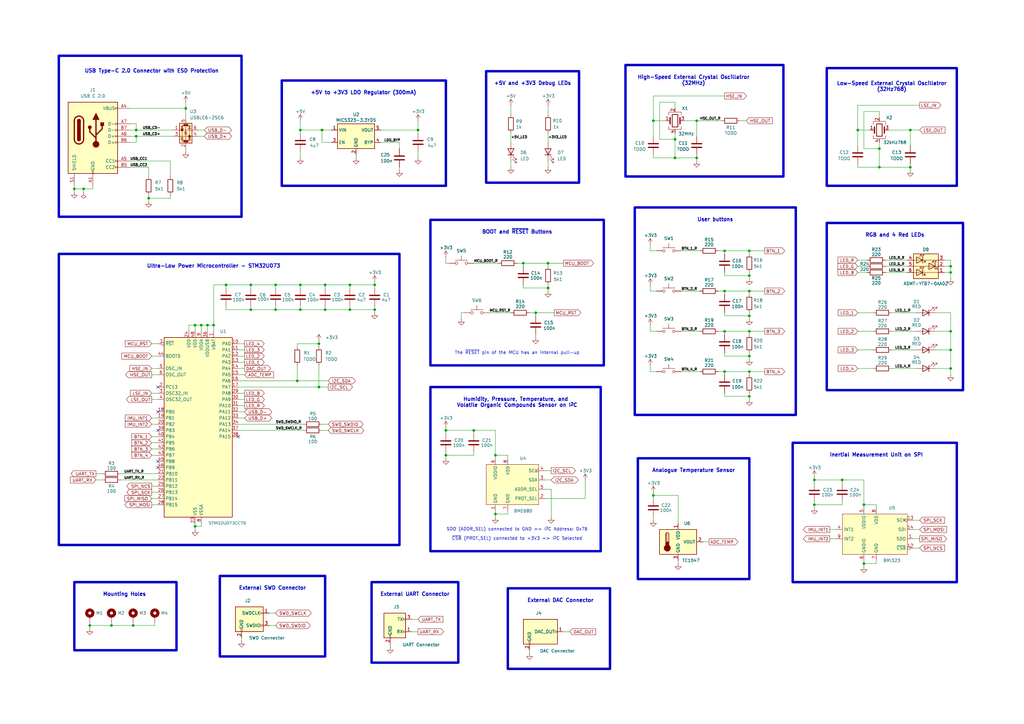
<source format=kicad_sch>
(kicad_sch (version 20231120) (generator "eeschema") (generator_version "8.0")
  (paper "A3")
  (title_block (title "Sensor Board") (date "2024.06.24") (rev "0.1.0") (company "Cristian Cristea") (comment 1 "linkedin.com/in/cristiancristea00"))
  (lib_symbols
    (symbol "Device:C" (pin_numbers hide) (pin_names (offset 0.254))
      (property "Reference" "C" (at 0.635 2.54 0))
      (property "Value" "C" (at 0.635 -2.54 0))
      (symbol "C_1_1"
        (pin passive line (at 0 3.81 270) (length 2.794) (name "~") (number "1"))
        (pin passive line (at 0 -3.81 90) (length 2.794) (name "~") (number "2"))
      )
    )
    (symbol "Device:Crystal_GND24" (pin_names (offset 1.016) hide)
      (property "Reference" "Y" (at 3.175 5.08 0))
      (property "Value" "Crystal_GND24" (at 3.175 3.175 0))
      (symbol "Crystal_GND24_1_1"
        (pin passive line (at -3.81 0 0) (length 1.27) (name "1") (number "1"))
        (pin passive line (at 0 5.08 270) (length 1.27) (name "2") (number "2"))
        (pin passive line (at 3.81 0 180) (length 1.27) (name "3") (number "3"))
        (pin passive line (at 0 -5.08 90) (length 1.27) (name "4") (number "4"))
      )
    )
    (symbol "Device:LED" (pin_numbers hide) (pin_names (offset 1.016) hide)
      (property "Reference" "D" (at 0 2.54 0))
      (property "Value" "LED" (at 0 -2.54 0))
      (symbol "LED_1_1"
        (pin passive line (at -3.81 0 0) (length 2.54) (name "K") (number "1"))
        (pin passive line (at 3.81 0 180) (length 2.54) (name "A") (number "2"))
      )
    )
    (symbol "Device:R" (pin_numbers hide) (pin_names (offset 0))
      (property "Reference" "R" (at 2.032 0 90))
      (property "Value" "R" (at 0 0 90))
      (symbol "R_1_1"
        (pin passive line (at 0 3.81 270) (length 1.27) (name "~") (number "1"))
        (pin passive line (at 0 -3.81 90) (length 1.27) (name "~") (number "2"))
      )
    )
    (symbol "LED:ASMT-YTB7-0AA02" (pin_names hide)
      (property "Reference" "D" (at -5.08 6.35 0))
      (property "Value" "ASMT-YTB7-0AA02" (at -5.08 -6.35 0))
      (symbol "ASMT-YTB7-0AA02_0_0"
        (text "B" (at -0.508 -3.4544 0) (effects (font (size 0.762 0.762))))
        (text "G" (at 4.5466 -0.8382 0) (effects (font (size 0.762 0.762))))
        (text "R" (at -0.381 1.8034 0) (effects (font (size 0.762 0.762))))
      )
      (symbol "ASMT-YTB7-0AA02_1_1"
        (pin passive line (at 7.62 -2.54 180) (length 2.54) (name "KB") (number "1"))
        (pin passive line (at 7.62 0 180) (length 2.54) (name "KG") (number "2"))
        (pin passive line (at 7.62 2.54 180) (length 2.54) (name "KR") (number "3"))
        (pin passive line (at -7.62 2.54 0) (length 2.54) (name "AR") (number "4"))
        (pin passive line (at -7.62 0 0) (length 2.54) (name "AG") (number "5"))
        (pin passive line (at -7.62 -2.54 0) (length 2.54) (name "AB") (number "6"))
      )
    )
    (symbol "Mechanical:MountingHole_Pad" (pin_numbers hide) (pin_names (offset 1.016) hide) (exclude_from_sim yes) (in_bom no)
      (property "Reference" "H" (at 0 6.35 0))
      (property "Value" "MountingHole_Pad" (at 0 4.445 0))
      (symbol "MountingHole_Pad_1_1"
        (pin input line (at 0 -2.54 90) (length 2.54) (name "1") (number "1"))
      )
    )
    (symbol "Power_Protection:USBLC6-2SC6" (pin_names hide)
      (property "Reference" "U" (at 0.635 5.715 0))
      (property "Value" "USBLC6-2SC6" (at 0.635 3.81 0))
      (symbol "USBLC6-2SC6_1_1"
        (pin passive line (at -5.08 0 0) (length 2.54) (name "I/O1") (number "1"))
        (pin passive line (at 0 -7.62 90) (length 2.54) (name "GND") (number "2"))
        (pin passive line (at -5.08 -2.54 0) (length 2.54) (name "I/O2") (number "3"))
        (pin passive line (at 5.08 -2.54 180) (length 2.54) (name "I/O2") (number "4"))
        (pin passive line (at 0 5.08 270) (length 2.54) (name "VBUS") (number "5"))
        (pin passive line (at 5.08 0 180) (length 2.54) (name "I/O1") (number "6"))
      )
    )
    (symbol "SensorBoard:BME630"
      (property "Reference" "U" (at 5.588 9.652 0))
      (property "Value" "BME630" (at 6.35 -11.43 0))
      (symbol "BME630_0_0"
        (pin power_in line (at -5.08 -11.43 90) (length 2.54) (name "GND") (number "1"))
        (pin power_in line (at -5.08 10.16 270) (length 2.54) (name "VDDIO") (number "6"))
        (pin power_in line (at 0 -11.43 90) (length 2.54) (name "GND") (number "7"))
        (pin power_in line (at 0 10.16 270) (length 2.54) (name "VDD") (number "8"))
      )
      (symbol "BME630_1_0"
        (pin input inverted (at 15.24 -6.35 180) (length 2.54) (name "~{CSB}") (number "2") (alternate "PROT_SEL" passive line) (alternate "~{CSB}" input inverted))
        (pin bidirectional line (at 15.24 1.27 180) (length 2.54) (name "SDI") (number "3") (alternate "SDA" bidirectional line) (alternate "SDI" input line))
        (pin input clock (at 15.24 5.08 180) (length 2.54) (name "SCK") (number "4") (alternate "SCK" input clock) (alternate "SCL" input clock))
        (pin bidirectional line (at 15.24 -2.54 180) (length 2.54) (name "SDO") (number "5") (alternate "ADDR_SEL" passive line))
      )
    )
    (symbol "SensorBoard:BMI323"
      (property "Reference" "U" (at 6.096 9.652 0))
      (property "Value" "BMI323" (at 6.604 -11.43 0))
      (symbol "BMI323_0_0"
        (pin power_in line (at -5.08 10.16 270) (length 2.54) (name "VDDIO") (number "5"))
        (pin power_in line (at -5.08 -11.43 90) (length 2.54) (name "GNDIO") (number "6"))
        (pin power_in line (at 0 -11.43 90) (length 2.54) (name "GND") (number "7"))
        (pin power_in line (at 0 10.16 270) (length 2.54) (name "VDD") (number "8"))
        (pin output line (at -16.51 -2.54 0) (length 2.54) (name "INT2") (number "9"))
      )
      (symbol "BMI323_1_0"
        (pin bidirectional line (at 15.24 -2.54 180) (length 2.54) (name "SDO") (number "1") (alternate "ADDR_SEL" passive line))
        (pin no_connect non_logic (at 40.64 -10.16 0) (length 2.54) hide (name "NC") (number "10"))
        (pin no_connect non_logic (at 40.64 -12.7 0) (length 2.54) hide (name "NC") (number "11"))
        (pin input inverted (at 15.24 -6.35 180) (length 2.54) (name "~{CSB}") (number "12") (alternate "PROT_SEL" passive line) (alternate "~{CSB}" input inverted))
        (pin input clock (at 15.24 5.08 180) (length 2.54) (name "SCX") (number "13") (alternate "SCK" input clock) (alternate "SCL" input clock))
        (pin bidirectional line (at 15.24 1.27 180) (length 2.54) (name "SDX") (number "14") (alternate "SDA" bidirectional line) (alternate "SDI" input line))
        (pin no_connect non_logic (at 40.64 -5.08 0) (length 2.54) hide (name "NC") (number "2"))
        (pin no_connect non_logic (at 40.64 -7.62 0) (length 2.54) hide (name "NC") (number "3"))
        (pin output line (at -16.51 1.27 0) (length 2.54) (name "INT1") (number "4"))
      )
    )
    (symbol "SensorBoard:Conn_DAC" (pin_names (offset 1.016))
      (property "Reference" "J" (at -1.524 6.858 0))
      (property "Value" "Conn_DAC" (at 2.794 -6.858 0))
      (symbol "Conn_DAC_1_0"
        (pin input line (at 10.16 0 180) (length 2.54) (name "DAC_OUT") (number "1"))
        (pin power_in line (at -3.81 -7.62 90) (length 2.54) (name "GND") (number "2"))
      )
    )
    (symbol "SensorBoard:Conn_SWD" (pin_names (offset 1.016))
      (property "Reference" "J" (at -1.524 6.858 0))
      (property "Value" "Conn_SWD" (at 4.826 -7.112 0))
      (symbol "Conn_SWD_1_0"
        (pin bidirectional line (at 8.89 2.54 180) (length 2.54) (name "SWDCLK") (number "1"))
        (pin power_in line (at -2.54 -7.62 90) (length 2.54) (name "GND") (number "2"))
        (pin bidirectional line (at 8.89 -2.54 180) (length 2.54) (name "SWDIO") (number "3"))
      )
    )
    (symbol "SensorBoard:Conn_UART" (pin_names (offset 1.016))
      (property "Reference" "J" (at -2.54 6.858 0))
      (property "Value" "Conn_UART" (at 4.318 -6.858 0))
      (symbol "Conn_UART_1_0"
        (pin output line (at 6.35 -2.54 180) (length 2.54) (name "RX") (number "1"))
        (pin power_in line (at -2.54 -7.62 90) (length 2.54) (name "GND") (number "2"))
        (pin input line (at 6.35 2.54 180) (length 2.54) (name "TX") (number "3"))
      )
    )
    (symbol "SensorBoard:MIC5365-3.3YD5"
      (property "Reference" "U2" (at 0 7.62 0))
      (property "Value" "MIC5323-3.3YD5" (at 10.16 -7.62 0))
      (symbol "MIC5365-3.3YD5_1_1"
        (pin power_in line (at -10.16 2.54 0) (length 2.54) (name "VIN") (number "1"))
        (pin power_in line (at 0 -7.62 90) (length 2.54) (name "GND") (number "2"))
        (pin input line (at -10.16 -2.54 0) (length 2.54) (name "EN") (number "3"))
        (pin input line (at 10.16 -2.54 180) (length 2.54) (name "BYP") (number "4"))
        (pin power_out line (at 10.16 2.54 180) (length 2.54) (name "VOUT") (number "5"))
      )
    )
    (symbol "SensorBoard:STM32U073CCT6"
      (property "Reference" "MCU" (at -12.7 39.37 0))
      (property "Value" " STM32U073CCT6 " (at 10.16 40.386 0))
      (symbol "STM32U073CCT6_1_1"
        (pin power_in line (at 7.62 40.64 270) (length 2.54) (name "VBAT") (number "1"))
        (pin bidirectional line (at 17.78 35.56 180) (length 2.54) (name "PA0") (number "10"))
        (pin bidirectional line (at 17.78 33.02 180) (length 2.54) (name "PA1") (number "11"))
        (pin bidirectional line (at 17.78 30.48 180) (length 2.54) (name "PA2") (number "12"))
        (pin bidirectional line (at 17.78 27.94 180) (length 2.54) (name "PA3") (number "13"))
        (pin bidirectional line (at 17.78 25.4 180) (length 2.54) (name "PA4") (number "14"))
        (pin bidirectional line (at 17.78 22.86 180) (length 2.54) (name "PA5") (number "15"))
        (pin bidirectional line (at 17.78 20.32 180) (length 2.54) (name "PA6") (number "16"))
        (pin bidirectional line (at 17.78 17.78 180) (length 2.54) (name "PA7") (number "17"))
        (pin bidirectional line (at -15.24 7.62 0) (length 2.54) (name "PB0") (number "18"))
        (pin bidirectional line (at -15.24 5.08 0) (length 2.54) (name "PB1") (number "19"))
        (pin bidirectional line (at -15.24 17.78 0) (length 2.54) (name "PC13") (number "2"))
        (pin bidirectional line (at -15.24 2.54 0) (length 2.54) (name "PB2") (number "20"))
        (pin bidirectional line (at -15.24 -17.78 0) (length 2.54) (name "PB10") (number "21"))
        (pin bidirectional line (at -15.24 -20.32 0) (length 2.54) (name "PB11") (number "22"))
        (pin power_in line (at 0 -38.1 90) (length 2.54) (name "VSS") (number "23"))
        (pin power_in line (at -2.54 40.64 270) (length 2.54) (name "VDD") (number "24"))
        (pin bidirectional line (at -15.24 -22.86 0) (length 2.54) (name "PB12") (number "25"))
        (pin bidirectional line (at -15.24 -25.4 0) (length 2.54) (name "PB13") (number "26"))
        (pin bidirectional line (at -15.24 -27.94 0) (length 2.54) (name "PB14") (number "27"))
        (pin bidirectional line (at -15.24 -30.48 0) (length 2.54) (name "PB15") (number "28"))
        (pin bidirectional line (at 17.78 15.24 180) (length 2.54) (name "PA8") (number "29"))
        (pin bidirectional line (at -15.24 15.24 0) (length 2.54) (name "OSC32_IN") (number "3"))
        (pin bidirectional line (at 17.78 12.7 180) (length 2.54) (name "PA9") (number "30"))
        (pin bidirectional line (at 17.78 10.16 180) (length 2.54) (name "PA10") (number "31"))
        (pin bidirectional line (at 17.78 7.62 180) (length 2.54) (name "PA11") (number "32"))
        (pin bidirectional line (at 17.78 5.08 180) (length 2.54) (name "PA12") (number "33"))
        (pin bidirectional line (at 17.78 2.54 180) (length 2.54) (name "PA13") (number "34"))
        (pin passive line (at 0 -38.1 90) (length 2.54) hide (name "VSS") (number "35"))
        (pin power_in line (at 5.08 40.64 270) (length 2.54) (name "VDDUSB") (number "36"))
        (pin bidirectional line (at 17.78 0 180) (length 2.54) (name "PA14") (number "37"))
        (pin bidirectional line (at 17.78 -2.54 180) (length 2.54) (name "PA15") (number "38"))
        (pin bidirectional line (at -15.24 0 0) (length 2.54) (name "PB3") (number "39"))
        (pin bidirectional line (at -15.24 12.7 0) (length 2.54) (name "OSC32_OUT") (number "4"))
        (pin bidirectional line (at -15.24 -2.54 0) (length 2.54) (name "PB4") (number "40"))
        (pin bidirectional line (at -15.24 -5.08 0) (length 2.54) (name "PB5") (number "41"))
        (pin bidirectional line (at -15.24 -7.62 0) (length 2.54) (name "PB6") (number "42"))
        (pin bidirectional line (at -15.24 -10.16 0) (length 2.54) (name "PB7") (number "43"))
        (pin input line (at -15.24 30.48 0) (length 2.54) (name "BOOT0") (number "44"))
        (pin bidirectional line (at -15.24 -12.7 0) (length 2.54) (name "PB8") (number "45"))
        (pin bidirectional line (at -15.24 -15.24 0) (length 2.54) (name "PB9") (number "46"))
        (pin passive line (at 0 -38.1 90) (length 2.54) hide (name "VSS") (number "47"))
        (pin power_in line (at 0 40.64 270) (length 2.54) (name "VDD") (number "48"))
        (pin bidirectional line (at -15.24 25.4 0) (length 2.54) (name "OSC_IN") (number "5"))
        (pin bidirectional line (at -15.24 22.86 0) (length 2.54) (name "OSC_OUT") (number "6"))
        (pin input inverted (at -15.24 35.56 0) (length 2.54) (name "~{RST}") (number "7"))
        (pin power_in line (at 2.54 -38.1 90) (length 2.54) (name "VSSA") (number "8"))
        (pin power_in line (at 2.54 40.64 270) (length 2.54) (name "VDDA") (number "9"))
      )
    )
    (symbol "SensorBoard:TC1047"
      (property "Reference" "U" (at 3.556 6.858 0))
      (property "Value" "TC1047" (at 1.778 -7.366 0))
      (symbol "TC1047_1_1"
        (pin power_in line (at 0 7.62 270) (length 2.54) (name "VDD") (number "1"))
        (pin output line (at 10.16 0 180) (length 2.54) (name "VOUT") (number "2"))
        (pin power_in line (at 0 -7.62 90) (length 2.54) (name "GND") (number "3"))
      )
    )
    (symbol "SensorBoard:USB_C_Receptacle_USB2.0" (pin_names (offset 1.016))
      (property "Reference" "J" (at 0 22.225 0))
      (property "Value" "USB_C_Receptacle_USB2.0" (at 0 19.685 0))
      (symbol "USB_C_Receptacle_USB2.0_1_0"
        (pin no_connect non_logic (at 43.18 6.35 180) (length 2.54) hide (name "SBU1") (number "A8"))
        (pin no_connect non_logic (at 43.18 3.81 180) (length 2.54) hide (name "SBU2") (number "B8"))
      )
      (symbol "USB_C_Receptacle_USB2.0_1_1"
        (pin power_in line (at 0 -22.86 90) (length 5.08) (name "GND") (number "A1"))
        (pin passive line (at 0 -22.86 90) (length 5.08) hide (name "GND") (number "A12"))
        (pin power_out line (at 15.24 8.89 180) (length 5.08) (name "VBUS") (number "A4"))
        (pin bidirectional line (at 15.24 -12.7 180) (length 5.08) (name "CC1") (number "A5"))
        (pin bidirectional line (at 15.24 -2.54 180) (length 5.08) (name "D+") (number "A6"))
        (pin bidirectional line (at 15.24 2.54 180) (length 5.08) (name "D-") (number "A7"))
        (pin passive line (at 15.24 8.89 180) (length 5.08) hide (name "VBUS") (number "A9"))
        (pin passive line (at 0 -22.86 90) (length 5.08) hide (name "GND") (number "B1"))
        (pin power_in line (at 0 -22.86 90) (length 5.08) hide (name "GND") (number "B12"))
        (pin passive line (at 15.24 8.89 180) (length 5.08) hide (name "VBUS") (number "B4"))
        (pin bidirectional line (at 15.24 -15.24 180) (length 5.08) (name "CC2") (number "B5"))
        (pin bidirectional line (at 15.24 -5.08 180) (length 5.08) (name "D+") (number "B6"))
        (pin bidirectional line (at 15.24 0 180) (length 5.08) (name "D-") (number "B7"))
        (pin power_out line (at 15.24 8.89 180) (length 5.08) hide (name "VBUS") (number "B9"))
        (pin passive line (at -7.62 -22.86 90) (length 5.08) (name "SHIELD") (number "S1"))
      )
    )
    (symbol "Switch:SW_Push" (pin_numbers hide) (pin_names (offset 1.016) hide)
      (property "Reference" "SW" (at 1.27 2.54 0))
      (property "Value" "SW_Push" (at 0 -1.524 0))
      (symbol "SW_Push_0_1"
        (pin passive line (at -5.08 0 0) (length 2.54) (name "1") (number "1"))
        (pin passive line (at 5.08 0 180) (length 2.54) (name "2") (number "2"))
      )
    )
    (symbol "power:+3V3" (power) (pin_numbers hide) (pin_names (offset 0) hide)
      (property "Value" "+3V3" (at 0 3.556 0))
      (symbol "+3V3_1_1"
        (pin power_in line (at 0 0 90) (length 0) (name "~") (number "1"))
      )
    )
    (symbol "power:+5V" (power) (pin_numbers hide) (pin_names (offset 0) hide)
      (property "Value" "+5V" (at 0 3.556 0))
      (symbol "+5V_1_1"
        (pin power_in line (at 0 0 90) (length 0) (name "~") (number "1"))
      )
    )
    (symbol "power:GND" (power) (pin_numbers hide) (pin_names (offset 0) hide)
      (property "Value" "GND" (at 0 -3.81 0))
      (symbol "GND_1_1"
        (pin power_in line (at 0 0 270) (length 0) (name "~") (number "1"))
      )
    )
    (symbol "power:PWR_FLAG" (power) (pin_numbers hide) (pin_names (offset 0) hide)
      (property "Value" "PWR_FLAG" (at 0 3.81 0))
      (symbol "PWR_FLAG_0_0"
        (pin power_out line (at 0 0 90) (length 0) (name "~") (number "1"))
      )
    )
  )
  (junction (at 76.2 44.45))
  (junction (at 224.79 118.11))
  (junction (at 334.01 196.85))
  (junction (at 307.34 135.89))
  (junction (at 389.89 111.76))
  (junction (at 307.34 152.4))
  (junction (at 102.87 116.84))
  (junction (at 267.97 203.2))
  (junction (at 297.18 102.87))
  (junction (at 214.63 107.95))
  (junction (at 171.45 53.34))
  (junction (at 153.67 116.84))
  (junction (at 55.88 53.34))
  (junction (at 360.68 68.58))
  (junction (at 133.35 116.84))
  (junction (at 82.55 133.35))
  (junction (at 334.01 207.01))
  (junction (at 203.2 186.69))
  (junction (at 123.19 53.34))
  (junction (at 307.34 162.56))
  (junction (at 123.19 127))
  (junction (at 85.09 133.35))
  (junction (at 34.29 77.47))
  (junction (at 373.38 68.58))
  (junction (at 121.92 156.21))
  (junction (at 297.18 152.4))
  (junction (at 307.34 102.87))
  (junction (at 389.89 109.22))
  (junction (at 194.31 176.53))
  (junction (at 130.81 140.97))
  (junction (at 87.63 133.35))
  (junction (at 203.2 210.82))
  (junction (at 132.08 53.34))
  (junction (at 345.44 196.85))
  (junction (at 143.51 116.84))
  (junction (at 113.03 127))
  (junction (at 30.48 77.47))
  (junction (at 307.34 146.05))
  (junction (at 307.34 119.38))
  (junction (at 389.89 151.13))
  (junction (at 373.38 53.34))
  (junction (at 307.34 113.03))
  (junction (at 276.86 64.77))
  (junction (at 285.75 49.53))
  (junction (at 267.97 49.53))
  (junction (at 45.72 256.54))
  (junction (at 182.88 176.53))
  (junction (at 224.79 107.95))
  (junction (at 182.88 186.69))
  (junction (at 307.34 129.54))
  (junction (at 102.87 127))
  (junction (at 351.79 53.34))
  (junction (at 354.33 207.01))
  (junction (at 54.61 256.54))
  (junction (at 133.35 127))
  (junction (at 130.81 158.75))
  (junction (at 276.86 57.15))
  (junction (at 219.71 128.27))
  (junction (at 123.19 116.84))
  (junction (at 55.88 55.88))
  (junction (at 80.01 133.35))
  (junction (at 389.89 143.51))
  (junction (at 297.18 119.38))
  (junction (at 60.96 81.28))
  (junction (at 153.67 127))
  (junction (at 92.71 116.84))
  (junction (at 360.68 60.96))
  (junction (at 36.83 256.54))
  (junction (at 389.89 135.89))
  (junction (at 143.51 127))
  (junction (at 80.01 215.9))
  (junction (at 285.75 64.77))
  (junction (at 354.33 231.14))
  (junction (at 113.03 116.84))
  (junction (at 297.18 135.89))
  (no_connect (at 64.77 176.53))
  (no_connect (at 64.77 191.77))
  (no_connect (at 64.77 158.75))
  (no_connect (at 64.77 189.23))
  (no_connect (at 64.77 168.91))
  (no_connect (at 97.79 179.07))
  (wire (pts (xy 133.35 125.73) (xy 133.35 127)))
  (wire (pts (xy 62.23 171.45) (xy 64.77 171.45)))
  (wire (pts (xy 266.7 102.87) (xy 269.24 102.87)))
  (wire (pts (xy 266.7 135.89) (xy 269.24 135.89)))
  (wire (pts (xy 267.97 212.09) (xy 267.97 213.36)))
  (wire (pts (xy 383.54 135.89) (xy 389.89 135.89)))
  (wire (pts (xy 92.71 127) (xy 92.71 125.73)))
  (wire (pts (xy 389.89 106.68) (xy 389.89 109.22)))
  (wire (pts (xy 307.34 119.38) (xy 313.69 119.38)))
  (wire (pts (xy 153.67 116.84) (xy 153.67 115.57)))
  (wire (pts (xy 182.88 105.41) (xy 182.88 107.95)))
  (wire (pts (xy 171.45 62.23) (xy 171.45 64.77)))
  (wire (pts (xy 182.88 186.69) (xy 194.31 186.69)))
  (wire (pts (xy 97.79 153.67) (xy 100.33 153.67)))
  (wire (pts (xy 267.97 201.93) (xy 267.97 203.2)))
  (wire (pts (xy 307.34 135.89) (xy 313.69 135.89)))
  (wire (pts (xy 231.14 107.95) (xy 224.79 107.95)))
  (wire (pts (xy 60.96 81.28) (xy 69.85 81.28)))
  (wire (pts (xy 121.92 142.24) (xy 121.92 140.97)))
  (wire (pts (xy 374.65 224.79) (xy 377.19 224.79)))
  (wire (pts (xy 121.92 140.97) (xy 130.81 140.97)))
  (wire (pts (xy 130.81 149.86) (xy 130.81 158.75)))
  (wire (pts (xy 278.13 229.87) (xy 278.13 231.14)))
  (wire (pts (xy 374.65 220.98) (xy 377.19 220.98)))
  (wire (pts (xy 97.79 143.51) (xy 100.33 143.51)))
  (wire (pts (xy 203.2 210.82) (xy 208.28 210.82)))
  (wire (pts (xy 267.97 49.53) (xy 273.05 49.53)))
  (wire (pts (xy 113.03 116.84) (xy 123.19 116.84)))
  (wire (pts (xy 62.23 201.93) (xy 64.77 201.93)))
  (wire (pts (xy 360.68 45.72) (xy 354.33 45.72)))
  (wire (pts (xy 214.63 118.11) (xy 224.79 118.11)))
  (wire (pts (xy 373.38 68.58) (xy 373.38 69.85)))
  (wire (pts (xy 194.31 185.42) (xy 194.31 186.69)))
  (wire (pts (xy 97.79 176.53) (xy 124.46 176.53)))
  (wire (pts (xy 99.06 261.62) (xy 99.06 262.89)))
  (wire (pts (xy 62.23 140.97) (xy 64.77 140.97)))
  (wire (pts (xy 76.2 44.45) (xy 76.2 48.26)))
  (wire (pts (xy 38.1 76.2) (xy 38.1 77.47)))
  (wire (pts (xy 62.23 181.61) (xy 64.77 181.61)))
  (wire (pts (xy 76.2 60.96) (xy 76.2 62.23)))
  (wire (pts (xy 156.21 58.42) (xy 163.83 58.42)))
  (wire (pts (xy 133.35 118.11) (xy 133.35 116.84)))
  (wire (pts (xy 297.18 119.38) (xy 307.34 119.38)))
  (wire (pts (xy 62.23 161.29) (xy 64.77 161.29)))
  (wire (pts (xy 62.23 163.83) (xy 64.77 163.83)))
  (wire (pts (xy 360.68 58.42) (xy 360.68 60.96)))
  (wire (pts (xy 69.85 80.01) (xy 69.85 81.28)))
  (wire (pts (xy 224.79 43.18) (xy 224.79 46.99)))
  (wire (pts (xy 82.55 133.35) (xy 82.55 135.89)))
  (wire (pts (xy 354.33 231.14) (xy 359.41 231.14)))
  (wire (pts (xy 359.41 231.14) (xy 359.41 229.87)))
  (wire (pts (xy 334.01 196.85) (xy 334.01 198.12)))
  (wire (pts (xy 81.28 55.88) (xy 83.82 55.88)))
  (wire (pts (xy 373.38 53.34) (xy 364.49 53.34)))
  (wire (pts (xy 110.49 256.54) (xy 113.03 256.54)))
  (wire (pts (xy 389.89 111.76) (xy 389.89 114.3)))
  (wire (pts (xy 345.44 205.74) (xy 345.44 207.01)))
  (wire (pts (xy 123.19 127) (xy 123.19 125.73)))
  (wire (pts (xy 223.52 204.47) (xy 240.03 204.47)))
  (wire (pts (xy 389.89 109.22) (xy 389.89 111.76)))
  (wire (pts (xy 345.44 198.12) (xy 345.44 196.85)))
  (wire (pts (xy 307.34 102.87) (xy 313.69 102.87)))
  (wire (pts (xy 123.19 62.23) (xy 123.19 64.77)))
  (wire (pts (xy 156.21 53.34) (xy 171.45 53.34)))
  (wire (pts (xy 297.18 161.29) (xy 297.18 162.56)))
  (wire (pts (xy 45.72 256.54) (xy 36.83 256.54)))
  (wire (pts (xy 297.18 135.89) (xy 307.34 135.89)))
  (wire (pts (xy 36.83 255.27) (xy 36.83 256.54)))
  (wire (pts (xy 97.79 156.21) (xy 121.92 156.21)))
  (wire (pts (xy 34.29 78.74) (xy 34.29 77.47)))
  (wire (pts (xy 297.18 102.87) (xy 307.34 102.87)))
  (wire (pts (xy 62.23 186.69) (xy 64.77 186.69)))
  (wire (pts (xy 351.79 151.13) (xy 358.14 151.13)))
  (wire (pts (xy 334.01 196.85) (xy 345.44 196.85)))
  (wire (pts (xy 82.55 215.9) (xy 80.01 215.9)))
  (wire (pts (xy 62.23 199.39) (xy 64.77 199.39)))
  (wire (pts (xy 365.76 135.89) (xy 375.92 135.89)))
  (wire (pts (xy 354.33 60.96) (xy 360.68 60.96)))
  (wire (pts (xy 383.54 151.13) (xy 389.89 151.13)))
  (wire (pts (xy 97.79 158.75) (xy 130.81 158.75)))
  (wire (pts (xy 307.34 144.78) (xy 307.34 146.05)))
  (wire (pts (xy 55.88 55.88) (xy 55.88 58.42)))
  (wire (pts (xy 102.87 116.84) (xy 113.03 116.84)))
  (wire (pts (xy 354.33 196.85) (xy 345.44 196.85)))
  (wire (pts (xy 143.51 118.11) (xy 143.51 116.84)))
  (wire (pts (xy 60.96 68.58) (xy 60.96 72.39)))
  (wire (pts (xy 30.48 76.2) (xy 30.48 77.47)))
  (wire (pts (xy 285.75 49.53) (xy 280.67 49.53)))
  (wire (pts (xy 224.79 118.11) (xy 224.79 119.38)))
  (wire (pts (xy 389.89 128.27) (xy 389.89 135.89)))
  (wire (pts (xy 276.86 54.61) (xy 276.86 57.15)))
  (wire (pts (xy 92.71 116.84) (xy 102.87 116.84)))
  (wire (pts (xy 307.34 129.54) (xy 307.34 130.81)))
  (wire (pts (xy 223.52 196.85) (xy 226.06 196.85)))
  (wire (pts (xy 97.79 171.45) (xy 100.33 171.45)))
  (wire (pts (xy 351.79 111.76) (xy 355.6 111.76)))
  (wire (pts (xy 276.86 44.45) (xy 276.86 41.91)))
  (wire (pts (xy 53.34 66.04) (xy 69.85 66.04)))
  (wire (pts (xy 276.86 57.15) (xy 276.86 64.77)))
  (wire (pts (xy 285.75 49.53) (xy 295.91 49.53)))
  (wire (pts (xy 266.7 100.33) (xy 266.7 102.87)))
  (wire (pts (xy 360.68 48.26) (xy 360.68 45.72)))
  (wire (pts (xy 76.2 41.91) (xy 76.2 44.45)))
  (wire (pts (xy 123.19 127) (xy 133.35 127)))
  (wire (pts (xy 69.85 66.04) (xy 69.85 72.39)))
  (wire (pts (xy 267.97 55.88) (xy 267.97 49.53)))
  (wire (pts (xy 240.03 204.47) (xy 240.03 196.85)))
  (wire (pts (xy 81.28 53.34) (xy 83.82 53.34)))
  (wire (pts (xy 102.87 127) (xy 113.03 127)))
  (wire (pts (xy 297.18 153.67) (xy 297.18 152.4)))
  (wire (pts (xy 209.55 43.18) (xy 209.55 46.99)))
  (wire (pts (xy 354.33 208.28) (xy 354.33 207.01)))
  (wire (pts (xy 279.4 102.87) (xy 287.02 102.87)))
  (wire (pts (xy 334.01 207.01) (xy 334.01 208.28)))
  (wire (pts (xy 351.79 43.18) (xy 351.79 53.34)))
  (wire (pts (xy 182.88 185.42) (xy 182.88 186.69)))
  (wire (pts (xy 82.55 214.63) (xy 82.55 215.9)))
  (wire (pts (xy 168.91 254) (xy 171.45 254)))
  (wire (pts (xy 53.34 68.58) (xy 60.96 68.58)))
  (wire (pts (xy 351.79 109.22) (xy 355.6 109.22)))
  (wire (pts (xy 113.03 127) (xy 113.03 125.73)))
  (wire (pts (xy 365.76 128.27) (xy 375.92 128.27)))
  (wire (pts (xy 387.35 111.76) (xy 389.89 111.76)))
  (wire (pts (xy 226.06 200.66) (xy 226.06 212.09)))
  (wire (pts (xy 334.01 195.58) (xy 334.01 196.85)))
  (wire (pts (xy 203.2 210.82) (xy 203.2 212.09)))
  (wire (pts (xy 62.23 173.99) (xy 64.77 173.99)))
  (wire (pts (xy 97.79 173.99) (xy 124.46 173.99)))
  (wire (pts (xy 279.4 119.38) (xy 287.02 119.38)))
  (wire (pts (xy 39.37 194.31) (xy 41.91 194.31)))
  (wire (pts (xy 351.79 143.51) (xy 358.14 143.51)))
  (wire (pts (xy 194.31 177.8) (xy 194.31 176.53)))
  (wire (pts (xy 133.35 116.84) (xy 143.51 116.84)))
  (wire (pts (xy 297.18 144.78) (xy 297.18 146.05)))
  (wire (pts (xy 224.79 107.95) (xy 224.79 109.22)))
  (wire (pts (xy 39.37 196.85) (xy 41.91 196.85)))
  (wire (pts (xy 217.17 128.27) (xy 219.71 128.27)))
  (wire (pts (xy 97.79 148.59) (xy 100.33 148.59)))
  (wire (pts (xy 135.89 58.42) (xy 132.08 58.42)))
  (wire (pts (xy 389.89 135.89) (xy 389.89 143.51)))
  (wire (pts (xy 143.51 125.73) (xy 143.51 127)))
  (wire (pts (xy 182.88 186.69) (xy 182.88 187.96)))
  (wire (pts (xy 102.87 127) (xy 102.87 125.73)))
  (wire (pts (xy 55.88 53.34) (xy 71.12 53.34)))
  (wire (pts (xy 297.18 152.4) (xy 307.34 152.4)))
  (wire (pts (xy 80.01 133.35) (xy 80.01 135.89)))
  (wire (pts (xy 267.97 203.2) (xy 267.97 204.47)))
  (wire (pts (xy 224.79 116.84) (xy 224.79 118.11)))
  (wire (pts (xy 55.88 50.8) (xy 55.88 53.34)))
  (wire (pts (xy 123.19 118.11) (xy 123.19 116.84)))
  (wire (pts (xy 182.88 175.26) (xy 182.88 176.53)))
  (wire (pts (xy 373.38 59.69) (xy 373.38 53.34)))
  (wire (pts (xy 60.96 80.01) (xy 60.96 81.28)))
  (wire (pts (xy 334.01 205.74) (xy 334.01 207.01)))
  (wire (pts (xy 351.79 67.31) (xy 351.79 68.58)))
  (wire (pts (xy 80.01 215.9) (xy 80.01 217.17)))
  (wire (pts (xy 351.79 68.58) (xy 360.68 68.58)))
  (wire (pts (xy 133.35 127) (xy 143.51 127)))
  (wire (pts (xy 373.38 67.31) (xy 373.38 68.58)))
  (wire (pts (xy 132.08 173.99) (xy 134.62 173.99)))
  (wire (pts (xy 374.65 213.36) (xy 377.19 213.36)))
  (wire (pts (xy 62.23 153.67) (xy 64.77 153.67)))
  (wire (pts (xy 297.18 128.27) (xy 297.18 129.54)))
  (wire (pts (xy 87.63 135.89) (xy 87.63 133.35)))
  (wire (pts (xy 267.97 64.77) (xy 276.86 64.77)))
  (wire (pts (xy 270.51 41.91) (xy 270.51 57.15)))
  (wire (pts (xy 307.34 113.03) (xy 307.34 114.3)))
  (wire (pts (xy 113.03 127) (xy 123.19 127)))
  (wire (pts (xy 389.89 151.13) (xy 389.89 153.67)))
  (wire (pts (xy 171.45 49.53) (xy 171.45 53.34)))
  (wire (pts (xy 30.48 77.47) (xy 34.29 77.47)))
  (wire (pts (xy 132.08 58.42) (xy 132.08 53.34)))
  (wire (pts (xy 297.18 111.76) (xy 297.18 113.03)))
  (wire (pts (xy 53.34 53.34) (xy 55.88 53.34)))
  (wire (pts (xy 307.34 128.27) (xy 307.34 129.54)))
  (wire (pts (xy 294.64 135.89) (xy 297.18 135.89)))
  (wire (pts (xy 219.71 137.16) (xy 219.71 138.43)))
  (wire (pts (xy 267.97 63.5) (xy 267.97 64.77)))
  (wire (pts (xy 189.23 128.27) (xy 190.5 128.27)))
  (wire (pts (xy 63.5 255.27) (xy 63.5 256.54)))
  (wire (pts (xy 130.81 140.97) (xy 130.81 142.24)))
  (wire (pts (xy 203.2 186.69) (xy 208.28 186.69)))
  (wire (pts (xy 303.53 49.53) (xy 306.07 49.53)))
  (wire (pts (xy 85.09 133.35) (xy 85.09 135.89)))
  (wire (pts (xy 279.4 152.4) (xy 287.02 152.4)))
  (wire (pts (xy 97.79 166.37) (xy 100.33 166.37)))
  (wire (pts (xy 354.33 229.87) (xy 354.33 231.14)))
  (wire (pts (xy 297.18 104.14) (xy 297.18 102.87)))
  (wire (pts (xy 288.29 222.25) (xy 290.83 222.25)))
  (wire (pts (xy 270.51 57.15) (xy 276.86 57.15)))
  (wire (pts (xy 49.53 194.31) (xy 64.77 194.31)))
  (wire (pts (xy 102.87 127) (xy 92.71 127)))
  (wire (pts (xy 266.7 119.38) (xy 269.24 119.38)))
  (wire (pts (xy 82.55 133.35) (xy 80.01 133.35)))
  (wire (pts (xy 130.81 139.7) (xy 130.81 140.97)))
  (wire (pts (xy 267.97 39.37) (xy 267.97 49.53)))
  (wire (pts (xy 365.76 143.51) (xy 375.92 143.51)))
  (wire (pts (xy 224.79 54.61) (xy 224.79 58.42)))
  (wire (pts (xy 354.33 207.01) (xy 354.33 196.85)))
  (wire (pts (xy 267.97 39.37) (xy 297.18 39.37)))
  (wire (pts (xy 132.08 176.53) (xy 134.62 176.53)))
  (wire (pts (xy 209.55 54.61) (xy 209.55 58.42)))
  (wire (pts (xy 365.76 151.13) (xy 375.92 151.13)))
  (wire (pts (xy 168.91 259.08) (xy 171.45 259.08)))
  (wire (pts (xy 212.09 107.95) (xy 214.63 107.95)))
  (wire (pts (xy 307.34 135.89) (xy 307.34 137.16)))
  (wire (pts (xy 351.79 53.34) (xy 356.87 53.34)))
  (wire (pts (xy 208.28 187.96) (xy 208.28 186.69)))
  (wire (pts (xy 102.87 118.11) (xy 102.87 116.84)))
  (wire (pts (xy 163.83 58.42) (xy 163.83 60.96)))
  (wire (pts (xy 38.1 77.47) (xy 34.29 77.47)))
  (wire (pts (xy 266.7 152.4) (xy 269.24 152.4)))
  (wire (pts (xy 62.23 184.15) (xy 64.77 184.15)))
  (wire (pts (xy 153.67 127) (xy 153.67 128.27)))
  (wire (pts (xy 200.66 128.27) (xy 209.55 128.27)))
  (wire (pts (xy 45.72 255.27) (xy 45.72 256.54)))
  (wire (pts (xy 279.4 135.89) (xy 287.02 135.89)))
  (wire (pts (xy 182.88 107.95) (xy 184.15 107.95)))
  (wire (pts (xy 194.31 107.95) (xy 204.47 107.95)))
  (wire (pts (xy 297.18 137.16) (xy 297.18 135.89)))
  (wire (pts (xy 62.23 204.47) (xy 64.77 204.47)))
  (wire (pts (xy 214.63 116.84) (xy 214.63 118.11)))
  (wire (pts (xy 354.33 45.72) (xy 354.33 60.96)))
  (wire (pts (xy 359.41 208.28) (xy 359.41 207.01)))
  (wire (pts (xy 97.79 161.29) (xy 100.33 161.29)))
  (wire (pts (xy 224.79 66.04) (xy 224.79 68.58)))
  (wire (pts (xy 54.61 255.27) (xy 54.61 256.54)))
  (wire (pts (xy 360.68 60.96) (xy 360.68 68.58)))
  (wire (pts (xy 121.92 156.21) (xy 134.62 156.21)))
  (wire (pts (xy 294.64 152.4) (xy 297.18 152.4)))
  (wire (pts (xy 294.64 119.38) (xy 297.18 119.38)))
  (wire (pts (xy 97.79 140.97) (xy 100.33 140.97)))
  (wire (pts (xy 62.23 146.05) (xy 64.77 146.05)))
  (wire (pts (xy 54.61 256.54) (xy 45.72 256.54)))
  (wire (pts (xy 203.2 186.69) (xy 203.2 187.96)))
  (wire (pts (xy 97.79 146.05) (xy 100.33 146.05)))
  (wire (pts (xy 351.79 43.18) (xy 377.19 43.18)))
  (wire (pts (xy 153.67 118.11) (xy 153.67 116.84)))
  (wire (pts (xy 163.83 69.85) (xy 163.83 68.58)))
  (wire (pts (xy 363.22 111.76) (xy 372.11 111.76)))
  (wire (pts (xy 359.41 207.01) (xy 354.33 207.01)))
  (wire (pts (xy 146.05 63.5) (xy 146.05 64.77)))
  (wire (pts (xy 387.35 109.22) (xy 389.89 109.22)))
  (wire (pts (xy 297.18 146.05) (xy 307.34 146.05)))
  (wire (pts (xy 351.79 135.89) (xy 358.14 135.89)))
  (wire (pts (xy 121.92 149.86) (xy 121.92 156.21)))
  (wire (pts (xy 77.47 133.35) (xy 77.47 135.89)))
  (wire (pts (xy 182.88 176.53) (xy 182.88 177.8)))
  (wire (pts (xy 285.75 55.88) (xy 285.75 49.53)))
  (wire (pts (xy 297.18 120.65) (xy 297.18 119.38)))
  (wire (pts (xy 53.34 50.8) (xy 55.88 50.8)))
  (wire (pts (xy 307.34 152.4) (xy 313.69 152.4)))
  (wire (pts (xy 294.64 102.87) (xy 297.18 102.87)))
  (wire (pts (xy 87.63 133.35) (xy 87.63 116.84)))
  (wire (pts (xy 208.28 210.82) (xy 208.28 209.55)))
  (wire (pts (xy 351.79 59.69) (xy 351.79 53.34)))
  (wire (pts (xy 219.71 128.27) (xy 227.33 128.27)))
  (wire (pts (xy 266.7 116.84) (xy 266.7 119.38)))
  (wire (pts (xy 217.17 266.7) (xy 217.17 267.97)))
  (wire (pts (xy 340.36 220.98) (xy 342.9 220.98)))
  (wire (pts (xy 62.23 151.13) (xy 64.77 151.13)))
  (wire (pts (xy 113.03 118.11) (xy 113.03 116.84)))
  (wire (pts (xy 223.52 193.04) (xy 226.06 193.04)))
  (wire (pts (xy 97.79 151.13) (xy 100.33 151.13)))
  (wire (pts (xy 110.49 251.46) (xy 113.03 251.46)))
  (wire (pts (xy 278.13 214.63) (xy 278.13 203.2)))
  (wire (pts (xy 266.7 133.35) (xy 266.7 135.89)))
  (wire (pts (xy 30.48 77.47) (xy 30.48 78.74)))
  (wire (pts (xy 132.08 53.34) (xy 135.89 53.34)))
  (wire (pts (xy 276.86 64.77) (xy 285.75 64.77)))
  (wire (pts (xy 62.23 207.01) (xy 64.77 207.01)))
  (wire (pts (xy 285.75 64.77) (xy 285.75 66.04)))
  (wire (pts (xy 189.23 128.27) (xy 189.23 130.81)))
  (wire (pts (xy 307.34 152.4) (xy 307.34 153.67)))
  (wire (pts (xy 307.34 111.76) (xy 307.34 113.03)))
  (wire (pts (xy 209.55 66.04) (xy 209.55 68.58)))
  (wire (pts (xy 53.34 44.45) (xy 76.2 44.45)))
  (wire (pts (xy 214.63 107.95) (xy 224.79 107.95)))
  (wire (pts (xy 97.79 168.91) (xy 100.33 168.91)))
  (wire (pts (xy 53.34 55.88) (xy 55.88 55.88)))
  (wire (pts (xy 123.19 53.34) (xy 132.08 53.34)))
  (wire (pts (xy 36.83 256.54) (xy 36.83 257.81)))
  (wire (pts (xy 351.79 128.27) (xy 358.14 128.27)))
  (wire (pts (xy 383.54 143.51) (xy 389.89 143.51)))
  (wire (pts (xy 80.01 215.9) (xy 80.01 214.63)))
  (wire (pts (xy 360.68 68.58) (xy 373.38 68.58)))
  (wire (pts (xy 307.34 162.56) (xy 307.34 163.83)))
  (wire (pts (xy 297.18 162.56) (xy 307.34 162.56)))
  (wire (pts (xy 354.33 231.14) (xy 354.33 232.41)))
  (wire (pts (xy 363.22 106.68) (xy 372.11 106.68)))
  (wire (pts (xy 340.36 217.17) (xy 342.9 217.17)))
  (wire (pts (xy 231.14 259.08) (xy 233.68 259.08)))
  (wire (pts (xy 87.63 133.35) (xy 85.09 133.35)))
  (wire (pts (xy 203.2 176.53) (xy 203.2 186.69)))
  (wire (pts (xy 62.23 179.07) (xy 64.77 179.07)))
  (wire (pts (xy 383.54 128.27) (xy 389.89 128.27)))
  (wire (pts (xy 203.2 176.53) (xy 194.31 176.53)))
  (wire (pts (xy 307.34 102.87) (xy 307.34 104.14)))
  (wire (pts (xy 214.63 109.22) (xy 214.63 107.95)))
  (wire (pts (xy 153.67 125.73) (xy 153.67 127)))
  (wire (pts (xy 285.75 63.5) (xy 285.75 64.77)))
  (wire (pts (xy 160.02 264.16) (xy 160.02 265.43)))
  (wire (pts (xy 123.19 49.53) (xy 123.19 53.34)))
  (wire (pts (xy 87.63 116.84) (xy 92.71 116.84)))
  (wire (pts (xy 182.88 176.53) (xy 194.31 176.53)))
  (wire (pts (xy 53.34 58.42) (xy 55.88 58.42)))
  (wire (pts (xy 297.18 113.03) (xy 307.34 113.03)))
  (wire (pts (xy 123.19 116.84) (xy 133.35 116.84)))
  (wire (pts (xy 123.19 54.61) (xy 123.19 53.34)))
  (wire (pts (xy 374.65 217.17) (xy 377.19 217.17)))
  (wire (pts (xy 278.13 203.2) (xy 267.97 203.2)))
  (wire (pts (xy 80.01 133.35) (xy 77.47 133.35)))
  (wire (pts (xy 219.71 129.54) (xy 219.71 128.27)))
  (wire (pts (xy 143.51 127) (xy 153.67 127)))
  (wire (pts (xy 92.71 118.11) (xy 92.71 116.84)))
  (wire (pts (xy 203.2 209.55) (xy 203.2 210.82)))
  (wire (pts (xy 307.34 146.05) (xy 307.34 147.32)))
  (wire (pts (xy 55.88 55.88) (xy 71.12 55.88)))
  (wire (pts (xy 85.09 133.35) (xy 82.55 133.35)))
  (wire (pts (xy 223.52 200.66) (xy 226.06 200.66)))
  (wire (pts (xy 276.86 41.91) (xy 270.51 41.91)))
  (wire (pts (xy 307.34 119.38) (xy 307.34 120.65)))
  (wire (pts (xy 389.89 143.51) (xy 389.89 151.13)))
  (wire (pts (xy 97.79 163.83) (xy 100.33 163.83)))
  (wire (pts (xy 49.53 196.85) (xy 64.77 196.85)))
  (wire (pts (xy 363.22 109.22) (xy 372.11 109.22)))
  (wire (pts (xy 63.5 256.54) (xy 54.61 256.54)))
  (wire (pts (xy 143.51 116.84) (xy 153.67 116.84)))
  (wire (pts (xy 373.38 53.34) (xy 377.19 53.34)))
  (wire (pts (xy 266.7 149.86) (xy 266.7 152.4)))
  (wire (pts (xy 171.45 53.34) (xy 171.45 54.61)))
  (wire (pts (xy 297.18 129.54) (xy 307.34 129.54)))
  (wire (pts (xy 130.81 158.75) (xy 134.62 158.75)))
  (wire (pts (xy 351.79 106.68) (xy 355.6 106.68)))
  (wire (pts (xy 334.01 207.01) (xy 345.44 207.01)))
  (wire (pts (xy 60.96 81.28) (xy 60.96 82.55)))
  (wire (pts (xy 307.34 161.29) (xy 307.34 162.56)))
  (wire (pts (xy 387.35 106.68) (xy 389.89 106.68)))
  (rectangle (start 325.12 181.61) (end 392.43 238.76) (stroke (width 1)))
  (rectangle (start 24.13 22.86) (end 99.06 88.9) (stroke (width 1)))
  (rectangle (start 256.54 26.67) (end 321.31 72.39) (stroke (width 1)))
  (rectangle (start 152.4 238.76) (end 187.96 271.78) (stroke (width 1)))
  (rectangle (start 90.17 236.22) (end 133.35 269.24) (stroke (width 1)))
  (rectangle (start 30.48 238.76) (end 72.39 266.7) (stroke (width 1)))
  (rectangle (start 260.35 85.09) (end 326.39 170.18) (stroke (width 1)))
  (rectangle (start 208.28 241.3) (end 250.19 274.32) (stroke (width 1)))
  (rectangle (start 176.53 158.75) (end 246.38 226.06) (stroke (width 1)))
  (rectangle (start 199.39 29.21) (end 237.49 74.93) (stroke (width 1)))
  (rectangle (start 339.09 91.44) (end 394.97 160.02) (stroke (width 1)))
  (rectangle (start 176.53 90.17) (end 247.65 149.86) (stroke (width 1)))
  (rectangle (start 339.09 27.94) (end 392.43 76.2) (stroke (width 1)))
  (rectangle (start 261.62 187.96) (end 307.34 237.49) (stroke (width 1)))
  (rectangle (start 115.57 33.02) (end 182.88 76.2) (stroke (width 1)))
  (rectangle (start 24.13 104.14) (end 163.83 223.52) (stroke (width 1)))
  (text "The ~{RESET} pin of the MCU has an internal pull-up" (exclude_from_sim yes) (at 212.09 144.78 0) (effects (font (size 1.3 1.3))))
  (text "User buttons" (at 293.37 90.17 0) (effects (font (size 1.5 1.5) (thickness 0.3) (bold yes))))
  (text "~{CSB} (PROT_SEL) connected to +3V3 => I^{2}C Selected" (exclude_from_sim yes) (at 212.09 220.98 0) (effects (font (size 1.3 1.3))))
  (text "RGB and 4 Red LEDs" (at 367.03 96.52 0) (effects (font (size 1.5 1.5) (thickness 0.3) (bold yes))))
  (text "External UART Connector" (at 170.18 243.84 0) (effects (font (size 1.5 1.5) (thickness 0.3) (bold yes))))
  (text "External DAC Connector" (at 229.87 246.38 0) (effects (font (size 1.5 1.5) (thickness 0.3) (bold yes))))
  (text "Mounting Holes\n" (at 51.054 243.84 0) (effects (font (size 1.5 1.5) (thickness 0.3) (bold yes))))
  (text "+5V to +3V3 LDO Regulator (300mA)" (at 149.098 38.1 0) (effects (font (size 1.5 1.5) (thickness 0.3) (bold yes))))
  (text "BOOT and ~{RESET} Buttons" (at 212.09 95.25 0) (effects (font (size 1.5 1.5) (thickness 0.3) (bold yes))))
  (text "External SWD Connector" (at 111.76 241.3 0) (effects (font (size 1.5 1.5) (thickness 0.3) (bold yes))))
  (text "High-Speed External Crystal Oscillatror\n(32MHz)" (at 284.48 33.02 0) (effects (font (size 1.5 1.5) (thickness 0.3) (bold yes))))
  (text "Analogue Temperature Sensor" (at 284.48 193.04 0) (effects (font (size 1.5 1.5) (thickness 0.3) (bold yes))))
  (text "SDO (ADDR_SEL) connected to GND => I^{2}C Address: 0x76" (exclude_from_sim yes) (at 212.09 217.17 0) (effects (font (size 1.3 1.3))))
  (text "USB Type-C 2.0 Connector with ESD Protection" (at 62.23 29.21 0) (effects (font (size 1.5 1.5) (thickness 0.3) (bold yes))))
  (text "Ultra-Low Power Microcontroller - STM32U073" (at 87.63 109.22 0) (effects (font (size 1.5 1.5) (thickness 0.3) (bold yes))))
  (text "Humidity, Pressure, Temperature, and \nVolatile Organic Compounds Sensor on I^{2}C" (at 212.09 165.1 0) (effects (font (size 1.5 1.5) (thickness 0.3) (bold yes))))
  (text "Low-Speed External Crystal Oscillatror\n(32Hz768)" (at 365.76 35.56 0) (effects (font (size 1.5 1.5) (thickness 0.3) (bold yes))))
  (text "+5V and +3V3 Debug LEDs" (at 218.44 34.29 0) (effects (font (size 1.5 1.5) (thickness 0.3) (bold yes))))
  (text "Inertial Measurement Unit on SPI" (at 359.41 186.69 0) (effects (font (size 1.5 1.5) (thickness 0.3) (bold yes))))
  (label "SWD_SWCLK_R" (at 113.03 176.53 0) (effects (font (size 1 1) (thickness 0.254) (bold yes))))
  (label "BTN_1_R" (at 279.4 102.87 0) (effects (font (size 1 1) (thickness 0.254) (bold yes))))
  (label "UART_TX_R" (at 50.8 194.31 0) (effects (font (size 1 1) (thickness 0.254) (bold yes))))
  (label "LED_4_R" (at 367.03 151.13 0) (effects (font (size 1 1) (thickness 0.254) (bold yes))))
  (label "LED_2_R" (at 367.03 135.89 0) (effects (font (size 1 1) (thickness 0.254) (bold yes))))
  (label "+3V3_LED" (at 224.79 57.15 0) (effects (font (size 1 1) (thickness 0.254) (bold yes))))
  (label "SWD_SWDIO_R" (at 113.03 173.99 0) (effects (font (size 1 1) (thickness 0.254) (bold yes))))
  (label "MCU_RST_R" (at 200.66 128.27 0) (effects (font (size 1 1) (thickness 0.254) (bold yes))))
  (label "BTN_3_R" (at 279.4 135.89 0) (effects (font (size 1 1) (thickness 0.254) (bold yes))))
  (label "HSE_OUT_R" (at 287.02 49.53 0) (effects (font (size 1 1) (thickness 0.254) (bold yes))))
  (label "MCU_BOOT_R" (at 194.31 107.95 0) (effects (font (size 1 1) (thickness 0.254) (bold yes))))
  (label "USB_CD-" (at 58.42 53.34 0) (effects (font (size 1.016 1.016) (thickness 0.254) (bold yes))))
  (label "BTN_2_R" (at 279.4 119.38 0) (effects (font (size 1 1) (thickness 0.254) (bold yes))))
  (label "BTN_4_R" (at 279.4 152.4 0) (effects (font (size 1 1) (thickness 0.254) (bold yes))))
  (label "LDO_BYP" (at 157.48 58.42 0) (effects (font (size 1 1) (thickness 0.254) (bold yes))))
  (label "LED_1_R" (at 367.03 128.27 0) (effects (font (size 1 1) (thickness 0.254) (bold yes))))
  (label "USB_CC1" (at 53.34 66.04 0) (effects (font (size 1.016 1.016) (thickness 0.254) (bold yes))))
  (label "LED_B_R" (at 364.49 111.76 0) (effects (font (size 1 1) (thickness 0.254) (bold yes))))
  (label "USB_CC2" (at 53.34 68.58 0) (effects (font (size 1.016 1.016) (thickness 0.254) (bold yes))))
  (label "LED_R_R" (at 364.49 106.68 0) (effects (font (size 1 1) (thickness 0.254) (bold yes))))
  (label "LED_G_R" (at 364.49 109.22 0) (effects (font (size 1 1) (thickness 0.254) (bold yes))))
  (label "LED_3_R" (at 367.03 143.51 0) (effects (font (size 1 1) (thickness 0.254) (bold yes))))
  (label "+5V_LED" (at 209.55 57.15 0) (effects (font (size 1 1) (thickness 0.254) (bold yes))))
  (label "UART_RX_R" (at 50.8 196.85 0) (effects (font (size 1 1) (thickness 0.254) (bold yes))))
  (label "USB_CD+" (at 58.42 55.88 0) (effects (font (size 1.016 1.016) (thickness 0.254) (bold yes))))
  (global_label "HSE_IN" (shape output) (at 297.18 39.37 0) (property "Intersheetrefs" "${INTERSHEET_REFS}" (effects (hide yes))))
  (global_label "LSE_OUT" (shape input) (at 377.19 53.34 0) (property "Intersheetrefs" "${INTERSHEET_REFS}" (effects (hide yes))))
  (global_label "SWD_SWCLK" (shape bidirectional) (at 134.62 176.53 0) (property "Intersheetrefs" "${INTERSHEET_REFS}" (effects (hide yes))))
  (global_label "LED_4" (shape output) (at 100.33 140.97 0) (property "Intersheetrefs" "${INTERSHEET_REFS}" (effects (hide yes))))
  (global_label "LSE_IN" (shape input) (at 62.23 161.29 180) (property "Intersheetrefs" "${INTERSHEET_REFS}" (effects (hide yes))))
  (global_label "BTN_3" (shape output) (at 313.69 135.89 0) (property "Intersheetrefs" "${INTERSHEET_REFS}" (effects (hide yes))))
  (global_label "SPI_MOSI" (shape output) (at 62.23 207.01 180) (property "Intersheetrefs" "${INTERSHEET_REFS}" (effects (hide yes))))
  (global_label "USB_D+" (shape bidirectional) (at 100.33 171.45 0) (property "Intersheetrefs" "${INTERSHEET_REFS}" (effects (hide yes))))
  (global_label "HSE_IN" (shape input) (at 62.23 151.13 180) (property "Intersheetrefs" "${INTERSHEET_REFS}" (effects (hide yes))))
  (global_label "IMU_INT1" (shape output) (at 340.36 217.17 180) (property "Intersheetrefs" "${INTERSHEET_REFS}" (effects (hide yes))))
  (global_label "ADC_TEMP" (shape output) (at 290.83 222.25 0) (property "Intersheetrefs" "${INTERSHEET_REFS}" (effects (hide yes))))
  (global_label "SPI_NCS" (shape output) (at 62.23 199.39 180) (property "Intersheetrefs" "${INTERSHEET_REFS}" (effects (hide yes))))
  (global_label "LED_2" (shape input) (at 351.79 135.89 180) (property "Intersheetrefs" "${INTERSHEET_REFS}" (effects (hide yes))))
  (global_label "SWD_SWCLK" (shape bidirectional) (at 113.03 251.46 0) (property "Intersheetrefs" "${INTERSHEET_REFS}" (effects (hide yes))))
  (global_label "LED_R" (shape input) (at 351.79 106.68 180) (property "Intersheetrefs" "${INTERSHEET_REFS}" (effects (hide yes))))
  (global_label "LED_G" (shape output) (at 100.33 163.83 0) (property "Intersheetrefs" "${INTERSHEET_REFS}" (effects (hide yes))))
  (global_label "USB_D-" (shape bidirectional) (at 83.82 53.34 0) (property "Intersheetrefs" "${INTERSHEET_REFS}" (effects (hide yes))))
  (global_label "MCU_RST" (shape output) (at 227.33 128.27 0) (property "Intersheetrefs" "${INTERSHEET_REFS}" (effects (hide yes))))
  (global_label "SPI_SCK" (shape input) (at 377.19 213.36 0) (property "Intersheetrefs" "${INTERSHEET_REFS}" (effects (hide yes))))
  (global_label "IMU_INT2" (shape input) (at 62.23 173.99 180) (property "Intersheetrefs" "${INTERSHEET_REFS}" (effects (hide yes))))
  (global_label "UART_TX" (shape input) (at 171.45 254 0) (property "Intersheetrefs" "${INTERSHEET_REFS}" (effects (hide yes))))
  (global_label "SWD_SWDIO" (shape bidirectional) (at 113.03 256.54 0) (property "Intersheetrefs" "${INTERSHEET_REFS}" (effects (hide yes))))
  (global_label "UART_RX" (shape output) (at 171.45 259.08 0) (property "Intersheetrefs" "${INTERSHEET_REFS}" (effects (hide yes))))
  (global_label "BTN_4" (shape input) (at 62.23 186.69 180) (property "Intersheetrefs" "${INTERSHEET_REFS}" (effects (hide yes))))
  (global_label "SPI_SCK" (shape output) (at 62.23 201.93 180) (property "Intersheetrefs" "${INTERSHEET_REFS}" (effects (hide yes))))
  (global_label "ADC_TEMP" (shape input) (at 100.33 153.67 0) (property "Intersheetrefs" "${INTERSHEET_REFS}" (effects (hide yes))))
  (global_label "LED_3" (shape input) (at 351.79 143.51 180) (property "Intersheetrefs" "${INTERSHEET_REFS}" (effects (hide yes))))
  (global_label "IMU_INT1" (shape input) (at 62.23 171.45 180) (property "Intersheetrefs" "${INTERSHEET_REFS}" (effects (hide yes))))
  (global_label "DAC_OUT" (shape output) (at 100.33 151.13 0) (property "Intersheetrefs" "${INTERSHEET_REFS}" (effects (hide yes))))
  (global_label "SPI_MISO" (shape input) (at 62.23 204.47 180) (property "Intersheetrefs" "${INTERSHEET_REFS}" (effects (hide yes))))
  (global_label "LED_1" (shape input) (at 351.79 128.27 180) (property "Intersheetrefs" "${INTERSHEET_REFS}" (effects (hide yes))))
  (global_label "LED_3" (shape output) (at 100.33 143.51 0) (property "Intersheetrefs" "${INTERSHEET_REFS}" (effects (hide yes))))
  (global_label "IMU_INT2" (shape output) (at 340.36 220.98 180) (property "Intersheetrefs" "${INTERSHEET_REFS}" (effects (hide yes))))
  (global_label "USB_D+" (shape bidirectional) (at 83.82 55.88 0) (property "Intersheetrefs" "${INTERSHEET_REFS}" (effects (hide yes))))
  (global_label "I2C_SDA" (shape bidirectional) (at 226.06 196.85 0) (property "Intersheetrefs" "${INTERSHEET_REFS}" (effects (hide yes))))
  (global_label "MCU_BOOT" (shape output) (at 231.14 107.95 0) (property "Intersheetrefs" "${INTERSHEET_REFS}" (effects (hide yes))))
  (global_label "HSE_OUT" (shape input) (at 306.07 49.53 0) (property "Intersheetrefs" "${INTERSHEET_REFS}" (effects (hide yes))))
  (global_label "I2C_SDA" (shape bidirectional) (at 134.62 156.21 0) (property "Intersheetrefs" "${INTERSHEET_REFS}" (effects (hide yes))))
  (global_label "LED_B" (shape output) (at 100.33 161.29 0) (property "Intersheetrefs" "${INTERSHEET_REFS}" (effects (hide yes))))
  (global_label "DAC_OUT" (shape input) (at 233.68 259.08 0) (property "Intersheetrefs" "${INTERSHEET_REFS}" (effects (hide yes))))
  (global_label "LED_B" (shape input) (at 351.79 111.76 180) (property "Intersheetrefs" "${INTERSHEET_REFS}" (effects (hide yes))))
  (global_label "I2C_SCL" (shape output) (at 226.06 193.04 0) (property "Intersheetrefs" "${INTERSHEET_REFS}" (effects (hide yes))))
  (global_label "HSE_OUT" (shape output) (at 62.23 153.67 180) (property "Intersheetrefs" "${INTERSHEET_REFS}" (effects (hide yes))))
  (global_label "LED_4" (shape input) (at 351.79 151.13 180) (property "Intersheetrefs" "${INTERSHEET_REFS}" (effects (hide yes))))
  (global_label "UART_TX" (shape output) (at 39.37 194.31 180) (property "Intersheetrefs" "${INTERSHEET_REFS}" (effects (hide yes))))
  (global_label "USB_D-" (shape bidirectional) (at 100.33 168.91 0) (property "Intersheetrefs" "${INTERSHEET_REFS}" (effects (hide yes))))
  (global_label "SPI_MISO" (shape output) (at 377.19 220.98 0) (property "Intersheetrefs" "${INTERSHEET_REFS}" (effects (hide yes))))
  (global_label "I2C_SCL" (shape output) (at 134.62 158.75 0) (property "Intersheetrefs" "${INTERSHEET_REFS}" (effects (hide yes))))
  (global_label "BTN_1" (shape input) (at 62.23 179.07 180) (property "Intersheetrefs" "${INTERSHEET_REFS}" (effects (hide yes))))
  (global_label "BTN_2" (shape output) (at 313.69 119.38 0) (property "Intersheetrefs" "${INTERSHEET_REFS}" (effects (hide yes))))
  (global_label "SWD_SWDIO" (shape bidirectional) (at 134.62 173.99 0) (property "Intersheetrefs" "${INTERSHEET_REFS}" (effects (hide yes))))
  (global_label "LED_G" (shape input) (at 351.79 109.22 180) (property "Intersheetrefs" "${INTERSHEET_REFS}" (effects (hide yes))))
  (global_label "LED_R" (shape output) (at 100.33 166.37 0) (property "Intersheetrefs" "${INTERSHEET_REFS}" (effects (hide yes))))
  (global_label "BTN_2" (shape input) (at 62.23 181.61 180) (property "Intersheetrefs" "${INTERSHEET_REFS}" (effects (hide yes))))
  (global_label "LSE_OUT" (shape output) (at 62.23 163.83 180) (property "Intersheetrefs" "${INTERSHEET_REFS}" (effects (hide yes))))
  (global_label "BTN_1" (shape output) (at 313.69 102.87 0) (property "Intersheetrefs" "${INTERSHEET_REFS}" (effects (hide yes))))
  (global_label "UART_RX" (shape input) (at 39.37 196.85 180) (property "Intersheetrefs" "${INTERSHEET_REFS}" (effects (hide yes))))
  (global_label "LED_2" (shape output) (at 100.33 146.05 0) (property "Intersheetrefs" "${INTERSHEET_REFS}" (effects (hide yes))))
  (global_label "LED_1" (shape output) (at 100.33 148.59 0) (property "Intersheetrefs" "${INTERSHEET_REFS}" (effects (hide yes))))
  (global_label "SPI_MOSI" (shape input) (at 377.19 217.17 0) (property "Intersheetrefs" "${INTERSHEET_REFS}" (effects (hide yes))))
  (global_label "BTN_4" (shape output) (at 313.69 152.4 0) (property "Intersheetrefs" "${INTERSHEET_REFS}" (effects (hide yes))))
  (global_label "SPI_NCS" (shape input) (at 377.19 224.79 0) (property "Intersheetrefs" "${INTERSHEET_REFS}" (effects (hide yes))))
  (global_label "LSE_IN" (shape output) (at 377.19 43.18 0) (property "Intersheetrefs" "${INTERSHEET_REFS}" (effects (hide yes))))
  (global_label "MCU_BOOT" (shape input) (at 62.23 146.05 180) (property "Intersheetrefs" "${INTERSHEET_REFS}" (effects (hide yes))))
  (global_label "MCU_RST" (shape input) (at 62.23 140.97 180) (property "Intersheetrefs" "${INTERSHEET_REFS}" (effects (hide yes))))
  (global_label "BTN_3" (shape input) (at 62.23 184.15 180) (property "Intersheetrefs" "${INTERSHEET_REFS}" (effects (hide yes))))
  (symbol (lib_id "power:GND") (at 307.34 147.32 0) (unit 1)
    (property "Reference" "#PWR023" (effects (hide yes)))
    (property "Value" "GND" (effects (hide yes)))
    (property "Description" "Power symbol creates a global label with name \"GND\" , ground" (effects (hide yes)))
  )
  (symbol (lib_id "Device:R") (at 224.79 113.03 0) (unit 1)
    (property "Reference" "R13" (at 228.854 112.014 0))
    (property "Value" "5k1" (at 228.854 114.554 0))
    (property "Footprint" "Resistor_SMD:R_0402_1005Metric" (effects (hide yes)))
    (property "Description" "Resistor" (effects (hide yes)))
  )
  (symbol (lib_id "power:GND") (at 60.96 82.55 0) (unit 1)
    (property "Reference" "#PWR018" (effects (hide yes)))
    (property "Value" "GND" (effects (hide yes)))
    (property "Description" "Power symbol creates a global label with name \"GND\" , ground" (effects (hide yes)))
  )
  (symbol (lib_id "Device:R") (at 361.95 151.13 90) (unit 1)
    (property "Reference" "R29" (at 361.95 146.812 90))
    (property "Value" "220" (at 361.95 148.844 90))
    (property "Footprint" "Resistor_SMD:R_0402_1005Metric" (effects (hide yes)))
    (property "Description" "Resistor" (effects (hide yes)))
  )
  (symbol (lib_id "power:+3V3") (at 224.79 43.18 0) (unit 1)
    (property "Reference" "#PWR06" (effects (hide yes)))
    (property "Value" "+3V3" (at 222.25 39.37 0) (effects (justify left)))
    (property "Description" "Power symbol creates a global label with name \"+3V3\"" (effects (hide yes)))
  )
  (symbol (lib_id "Device:C") (at 214.63 113.03 180) (unit 1)
    (property "Reference" "C14" (at 219.71 112.014 0))
    (property "Value" "100n" (at 219.964 114.046 0))
    (property "Footprint" "Capacitor_SMD:C_0402_1005Metric" (effects (hide yes)))
    (property "Description" "Unpolarized capacitor" (effects (hide yes)))
  )
  (symbol (lib_id "Device:C") (at 102.87 121.92 180) (unit 1)
    (property "Reference" "C6" (at 107.696 120.904 0))
    (property "Value" "100n" (at 110.49 122.682 0) (effects (justify left)))
    (property "Footprint" "Capacitor_SMD:C_0402_1005Metric" (effects (hide yes)))
    (property "Description" "Unpolarized capacitor" (effects (hide yes)))
  )
  (symbol (lib_id "Device:R") (at 307.34 140.97 0) (unit 1)
    (property "Reference" "R20" (at 310.896 139.7 0))
    (property "Value" "5k1" (at 310.896 142.24 0))
    (property "Footprint" "Resistor_SMD:R_0402_1005Metric" (effects (hide yes)))
    (property "Description" "Resistor" (effects (hide yes)))
  )
  (symbol (lib_id "power:GND") (at 76.2 62.23 0) (unit 1)
    (property "Reference" "#PWR09" (effects (hide yes)))
    (property "Value" "GND" (effects (hide yes)))
    (property "Description" "Power symbol creates a global label with name \"GND\" , ground" (effects (hide yes)))
  )
  (symbol (lib_id "SensorBoard:Conn_SWD") (at 101.6 254 0) (unit 1)
    (property "Reference" "J2" (at 101.6 246.38 0))
    (property "Value" "SWD Connector" (at 109.474 261.62 0))
    (property "Footprint" "SensorBoard:SM03B-SR" (effects (hide yes)))
  )
  (symbol (lib_id "Device:R") (at 299.72 49.53 90) (unit 1)
    (property "Reference" "R11" (at 299.72 52.324 90))
    (property "Value" "TODO" (at 299.72 54.61 90))
    (property "Footprint" "Resistor_SMD:R_0402_1005Metric" (effects (hide yes)))
    (property "Description" "Resistor" (effects (hide yes)))
  )
  (symbol (lib_id "power:+3V3") (at 266.7 133.35 0) (unit 1)
    (property "Reference" "#PWR022" (effects (hide yes)))
    (property "Value" "+3V3" (at 264.16 129.54 0) (effects (justify left)))
    (property "Description" "Power symbol creates a global label with name \"+3V3\"" (effects (hide yes)))
  )
  (symbol (lib_id "power:PWR_FLAG") (at 34.29 78.74 180) (unit 1)
    (property "Reference" "#FLG02" (effects (hide yes)))
    (property "Value" "PWR_FLAG" (effects (hide yes)))
    (property "Description" "Special symbol for telling ERC where power comes from" (effects (hide yes)))
  )
  (symbol (lib_id "Device:C") (at 113.03 121.92 180) (unit 1)
    (property "Reference" "C5" (at 117.856 120.904 0))
    (property "Value" "100n" (at 120.65 122.936 0) (effects (justify left)))
    (property "Footprint" "Capacitor_SMD:C_0402_1005Metric" (effects (hide yes)))
    (property "Description" "Unpolarized capacitor" (effects (hide yes)))
  )
  (symbol (lib_id "power:+5V") (at 209.55 43.18 0) (unit 1)
    (property "Reference" "#PWR05" (effects (hide yes)))
    (property "Value" "+5V" (at 209.55 39.37 0))
    (property "Description" "Power symbol creates a global label with name \"+5V\"" (effects (hide yes)))
  )
  (symbol (lib_id "Device:C") (at 219.71 133.35 180) (unit 1)
    (property "Reference" "C15" (at 225.044 132.334 0))
    (property "Value" "100n" (at 225.298 134.62 0))
    (property "Footprint" "Capacitor_SMD:C_0402_1005Metric" (effects (hide yes)))
    (property "Description" "Unpolarized capacitor" (effects (hide yes)))
  )
  (symbol (lib_id "Device:R") (at 361.95 135.89 90) (unit 1)
    (property "Reference" "R27" (at 361.95 131.572 90))
    (property "Value" "220" (at 361.95 133.604 90))
    (property "Footprint" "Resistor_SMD:R_0402_1005Metric" (effects (hide yes)))
    (property "Description" "Resistor" (effects (hide yes)))
  )
  (symbol (lib_id "Device:C") (at 133.35 121.92 180) (unit 1)
    (property "Reference" "C3" (at 138.176 120.904 0))
    (property "Value" "100n" (at 140.97 122.936 0) (effects (justify left)))
    (property "Footprint" "Capacitor_SMD:C_0402_1005Metric" (effects (hide yes)))
    (property "Description" "Unpolarized capacitor" (effects (hide yes)))
  )
  (symbol (lib_id "SensorBoard:TC1047") (at 278.13 222.25 0) (unit 1)
    (property "Reference" "U6" (at 283.21 214.63 0) (effects (justify right)))
    (property "Value" "TC1047" (at 287.02 229.87 0) (effects (justify right)))
    (property "Footprint" "SensorBoard:SOT-23-3" (effects (hide yes)))
    (property "Datasheet" "http://ww1.microchip.com/downloads/en/DeviceDoc/21498D.pdf" (effects (hide yes)))
    (property "Description" "Precision Temperature-to-Voltage Converter, 10mV/ºC, -40ºC to +125ºC, ±2.0ºC (max), 2.7V to 4.4V, SOT-23" (effects (hide yes)))
  )
  (symbol (lib_id "Device:Crystal_GND24") (at 276.86 49.53 0) (unit 1)
    (property "Reference" "X1" (at 280.924 44.45 0))
    (property "Value" "32MHz" (at 281.432 54.864 0))
    (property "Footprint" "SensorBoard:Crystal_SMD_2016-4Pin_2.0x1.6mm" (effects (hide yes)))
    (property "Description" "Four pin crystal, GND on pins 2 and 4" (effects (hide yes)))
  )
  (symbol (lib_id "Device:R") (at 359.41 109.22 90) (unit 1)
    (property "Reference" "R24" (at 354.584 108.204 90))
    (property "Value" "220" (at 354.584 110.49 90))
    (property "Footprint" "Resistor_SMD:R_0402_1005Metric" (effects (hide yes)))
    (property "Description" "Resistor" (effects (hide yes)))
  )
  (symbol (lib_id "SensorBoard:Conn_UART") (at 162.56 256.54 0) (unit 1)
    (property "Reference" "J3" (at 162.56 248.92 0))
    (property "Value" "UART Connector" (at 172.72 264.414 0))
    (property "Footprint" "SensorBoard:SM03B-SR" (effects (hide yes)))
  )
  (symbol (lib_id "Device:Crystal_GND24") (at 360.68 53.34 0) (unit 1)
    (property "Reference" "X2" (at 364.744 48.26 0))
    (property "Value" "32kHz768" (at 367.03 58.42 0))
    (property "Footprint" "SensorBoard:Crystal_SMD_2016-4Pin_2.0x1.6mm" (effects (hide yes)))
    (property "Description" "Four pin crystal, GND on pins 2 and 4" (effects (hide yes)))
  )
  (symbol (lib_id "Switch:SW_Push") (at 274.32 135.89 0) (unit 1)
    (property "Reference" "SW3" (at 274.32 130.81 0))
    (property "Value" "SW_3" (effects (hide yes)))
    (property "Footprint" "SensorBoard:PTS636-SM25F-SMTR-LFS" (effects (hide yes)))
    (property "Description" "Push button switch, generic, two pins" (effects (hide yes)))
  )
  (symbol (lib_id "Device:R") (at 128.27 173.99 90) (unit 1)
    (property "Reference" "R5" (at 128.27 169.672 90))
    (property "Value" "100" (at 128.27 171.704 90))
    (property "Footprint" "Resistor_SMD:R_0402_1005Metric" (effects (hide yes)))
    (property "Description" "Resistor" (effects (hide yes)))
  )
  (symbol (lib_id "Device:C") (at 297.18 157.48 180) (unit 1)
    (property "Reference" "C19" (at 302.26 156.21 0))
    (property "Value" "100n" (at 302.514 158.75 0))
    (property "Footprint" "Capacitor_SMD:C_0402_1005Metric" (effects (hide yes)))
    (property "Description" "Unpolarized capacitor" (effects (hide yes)))
  )
  (symbol (lib_id "power:GND") (at 123.19 64.77 0) (unit 1)
    (property "Reference" "#PWR010" (effects (hide yes)))
    (property "Value" "GND" (effects (hide yes)))
    (property "Description" "Power symbol creates a global label with name \"GND\" , ground" (effects (hide yes)))
  )
  (symbol (lib_id "power:+3V3") (at 182.88 175.26 0) (unit 1)
    (property "Reference" "#PWR030" (effects (hide yes)))
    (property "Value" "+3V3" (at 180.34 171.45 0) (effects (justify left)))
    (property "Description" "Power symbol creates a global label with name \"+3V3\"" (effects (hide yes)))
  )
  (symbol (lib_id "power:GND") (at 171.45 64.77 0) (unit 1)
    (property "Reference" "#PWR012" (effects (hide yes)))
    (property "Value" "GND" (effects (hide yes)))
    (property "Description" "Power symbol creates a global label with name \"GND\" , ground" (effects (hide yes)))
  )
  (symbol (lib_id "power:+3V3") (at 266.7 116.84 0) (unit 1)
    (property "Reference" "#PWR020" (effects (hide yes)))
    (property "Value" "+3V3" (at 264.16 113.03 0) (effects (justify left)))
    (property "Description" "Power symbol creates a global label with name \"+3V3\"" (effects (hide yes)))
  )
  (symbol (lib_id "power:+5V") (at 76.2 41.91 0) (unit 1)
    (property "Reference" "#PWR03" (effects (hide yes)))
    (property "Value" "+5V" (at 76.2 38.1 0))
    (property "Description" "Power symbol creates a global label with name \"+5V\"" (effects (hide yes)))
  )
  (symbol (lib_id "power:GND") (at 224.79 119.38 0) (unit 1)
    (property "Reference" "#PWR04" (effects (hide yes)))
    (property "Value" "GND" (effects (hide yes)))
    (property "Description" "Power symbol creates a global label with name \"GND\" , ground" (effects (hide yes)))
  )
  (symbol (lib_id "Mechanical:MountingHole_Pad") (at 45.72 252.73 0) (unit 1) (exclude_from_sim yes) (in_bom no)
    (property "Reference" "M2" (at 48.26 251.4599 0) (effects (justify left)))
    (property "Value" "M2" (effects (hide yes)))
    (property "Footprint" "MountingHole:MountingHole_3.2mm_M3_Pad_Via" (effects (hide yes)))
    (property "Description" "Mounting Hole with connection" (effects (hide yes)))
  )
  (symbol (lib_id "Device:R") (at 69.85 76.2 0) (unit 1)
    (property "Reference" "R8" (at 72.39 74.9299 0) (effects (justify left)))
    (property "Value" "5k1" (at 72.39 77.4699 0) (effects (justify left)))
    (property "Footprint" "Resistor_SMD:R_0402_1005Metric" (effects (hide yes)))
    (property "Description" "Resistor" (effects (hide yes)))
  )
  (symbol (lib_id "power:+3V3") (at 334.01 195.58 0) (unit 1)
    (property "Reference" "#PWR034" (effects (hide yes)))
    (property "Value" "+3V3" (at 331.47 191.77 0) (effects (justify left)))
    (property "Description" "Power symbol creates a global label with name \"+3V3\"" (effects (hide yes)))
  )
  (symbol (lib_id "Mechanical:MountingHole_Pad") (at 63.5 252.73 0) (unit 1) (exclude_from_sim yes) (in_bom no)
    (property "Reference" "M4" (at 66.04 251.4599 0) (effects (justify left)))
    (property "Value" "M4" (effects (hide yes)))
    (property "Footprint" "MountingHole:MountingHole_3.2mm_M3_Pad_Via" (effects (hide yes)))
    (property "Description" "Mounting Hole with connection" (effects (hide yes)))
  )
  (symbol (lib_id "power:GND") (at 217.17 267.97 0) (unit 1)
    (property "Reference" "#PWR047" (effects (hide yes)))
    (property "Value" "GND" (effects (hide yes)))
    (property "Description" "Power symbol creates a global label with name \"GND\" , ground" (effects (hide yes)))
  )
  (symbol (lib_id "power:GND") (at 209.55 68.58 0) (unit 1)
    (property "Reference" "#PWR013" (effects (hide yes)))
    (property "Value" "GND" (effects (hide yes)))
    (property "Description" "Power symbol creates a global label with name \"GND\" , ground" (effects (hide yes)))
  )
  (symbol (lib_id "Device:R") (at 359.41 106.68 90) (unit 1)
    (property "Reference" "R23" (at 359.41 102.362 90))
    (property "Value" "220" (at 359.41 104.394 90))
    (property "Footprint" "Resistor_SMD:R_0402_1005Metric" (effects (hide yes)))
    (property "Description" "Resistor" (effects (hide yes)))
  )
  (symbol (lib_id "Device:LED") (at 379.73 143.51 180) (unit 1)
    (property "Reference" "D3" (at 375.92 138.938 0))
    (property "Value" "RED" (at 375.92 140.97 0))
    (property "Footprint" "LED_SMD:LED_0805_2012Metric" (effects (hide yes)))
    (property "Description" "Light emitting diode" (effects (hide yes)))
  )
  (symbol (lib_id "SensorBoard:BME630") (at 208.28 198.12 0) (unit 1)
    (property "Reference" "U4" (at 215.9 187.96 0) (effects (justify right)))
    (property "Value" "BME680" (at 218.44 209.55 0) (effects (justify right)))
    (property "Footprint" "SensorBoard:BME630" (effects (hide yes)))
    (property "Datasheet" "https://www.bosch-sensortec.com/media/boschsensortec/downloads/datasheets/bst-bme680-ds001.pdf" (effects (hide yes)))
    (property "Description" "4-in-1 sensor, gas, humidity, pressure, temperature, I2C and SPI interface, 1.71-3.6V, LGA-8" (effects (hide yes)))
    (pin "3" (alternate "SDA"))
    (pin "5" (alternate "ADDR_SEL"))
    (pin "2" (alternate "PROT_SEL"))
    (pin "4" (alternate "SCL"))
  )
  (symbol (lib_id "Mechanical:MountingHole_Pad") (at 36.83 252.73 0) (unit 1) (exclude_from_sim yes) (in_bom no)
    (property "Reference" "M1" (at 39.37 251.4599 0) (effects (justify left)))
    (property "Value" "M1" (effects (hide yes)))
    (property "Footprint" "MountingHole:MountingHole_3.2mm_M3_Pad_Via" (effects (hide yes)))
    (property "Description" "Mounting Hole with connection" (effects (hide yes)))
  )
  (symbol (lib_id "Device:LED") (at 379.73 128.27 180) (unit 1)
    (property "Reference" "D1" (at 375.92 123.698 0))
    (property "Value" "RED" (at 375.92 125.73 0))
    (property "Footprint" "LED_SMD:LED_0805_2012Metric" (effects (hide yes)))
    (property "Description" "Light emitting diode" (effects (hide yes)))
  )
  (symbol (lib_id "Device:R") (at 307.34 107.95 0) (unit 1)
    (property "Reference" "R16" (at 310.896 106.68 0))
    (property "Value" "5k1" (at 310.896 109.22 0))
    (property "Footprint" "Resistor_SMD:R_0402_1005Metric" (effects (hide yes)))
    (property "Description" "Resistor" (effects (hide yes)))
  )
  (symbol (lib_id "Device:R") (at 361.95 128.27 90) (unit 1)
    (property "Reference" "R26" (at 361.95 123.952 90))
    (property "Value" "220" (at 361.95 125.984 90))
    (property "Footprint" "Resistor_SMD:R_0402_1005Metric" (effects (hide yes)))
    (property "Description" "Resistor" (effects (hide yes)))
  )
  (symbol (lib_id "Device:C") (at 345.44 201.93 180) (unit 1)
    (property "Reference" "C24" (at 352.552 200.914 0) (effects (justify left)))
    (property "Value" "100n" (at 353.314 202.946 0) (effects (justify left)))
    (property "Footprint" "Capacitor_SMD:C_0402_1005Metric" (effects (hide yes)))
    (property "Description" "Unpolarized capacitor" (effects (hide yes)))
  )
  (symbol (lib_id "power:+5V") (at 123.19 49.53 0) (unit 1)
    (property "Reference" "#PWR07" (effects (hide yes)))
    (property "Value" "+5V" (at 123.19 45.72 0))
    (property "Description" "Power symbol creates a global label with name \"+5V\"" (effects (hide yes)))
  )
  (symbol (lib_id "power:GND") (at 146.05 64.77 0) (unit 1)
    (property "Reference" "#PWR011" (effects (hide yes)))
    (property "Value" "GND" (effects (hide yes)))
    (property "Description" "Power symbol creates a global label with name \"GND\" , ground" (effects (hide yes)))
  )
  (symbol (lib_id "power:+3V3") (at 130.81 139.7 0) (unit 1)
    (property "Reference" "#PWR031" (effects (hide yes)))
    (property "Value" "+3V3" (at 133.35 138.4299 0) (effects (justify left)))
    (property "Description" "Power symbol creates a global label with name \"+3V3\"" (effects (hide yes)))
  )
  (symbol (lib_id "Device:R") (at 224.79 50.8 0) (unit 1)
    (property "Reference" "R10" (at 228.6 49.5301 0))
    (property "Value" "1k" (at 226.822 52.07 0) (effects (justify left)))
    (property "Footprint" "Resistor_SMD:R_0402_1005Metric" (effects (hide yes)))
    (property "Description" "Resistor" (effects (hide yes)))
  )
  (symbol (lib_id "Device:C") (at 373.38 63.5 0) (unit 1)
    (property "Reference" "C13" (at 367.792 62.484 0))
    (property "Value" "TODO" (at 367.792 65.024 0))
    (property "Footprint" "Capacitor_SMD:C_0402_1005Metric" (effects (hide yes)))
    (property "Description" "Unpolarized capacitor" (effects (hide yes)))
  )
  (symbol (lib_id "power:GND") (at 182.88 187.96 0) (unit 1)
    (property "Reference" "#PWR032" (effects (hide yes)))
    (property "Value" "GND" (effects (hide yes)))
    (property "Description" "Power symbol creates a global label with name \"GND\" , ground" (effects (hide yes)))
  )
  (symbol (lib_id "power:GND") (at 153.67 128.27 0) (unit 1)
    (property "Reference" "#PWR029" (effects (hide yes)))
    (property "Value" "GND" (effects (hide yes)))
    (property "Description" "Power symbol creates a global label with name \"GND\" , ground" (effects (hide yes)))
  )
  (symbol (lib_id "Device:R") (at 128.27 176.53 90) (unit 1)
    (property "Reference" "R6" (at 128.27 179.07 90))
    (property "Value" "100" (at 128.27 181.102 90))
    (property "Footprint" "Resistor_SMD:R_0402_1005Metric" (effects (hide yes)))
    (property "Description" "Resistor" (effects (hide yes)))
  )
  (symbol (lib_id "Device:R") (at 208.28 107.95 90) (unit 1)
    (property "Reference" "R12" (at 208.28 103.378 90))
    (property "Value" "220" (at 208.28 105.41 90))
    (property "Footprint" "Resistor_SMD:R_0402_1005Metric" (effects (hide yes)))
    (property "Description" "Resistor" (effects (hide yes)))
  )
  (symbol (lib_id "power:GND") (at 307.34 163.83 0) (unit 1)
    (property "Reference" "#PWR027" (effects (hide yes)))
    (property "Value" "GND" (effects (hide yes)))
    (property "Description" "Power symbol creates a global label with name \"GND\" , ground" (effects (hide yes)))
  )
  (symbol (lib_id "Device:C") (at 297.18 107.95 180) (unit 1)
    (property "Reference" "C16" (at 302.26 106.934 0))
    (property "Value" "100n" (at 302.514 109.22 0))
    (property "Footprint" "Capacitor_SMD:C_0402_1005Metric" (effects (hide yes)))
    (property "Description" "Unpolarized capacitor" (effects (hide yes)))
  )
  (symbol (lib_id "power:GND") (at 285.75 66.04 0) (unit 1)
    (property "Reference" "#PWR024" (effects (hide yes)))
    (property "Value" "GND" (effects (hide yes)))
    (property "Description" "Power symbol creates a global label with name \"GND\" , ground" (effects (hide yes)))
  )
  (symbol (lib_id "power:GND") (at 99.06 262.89 0) (unit 1)
    (property "Reference" "#PWR045" (effects (hide yes)))
    (property "Value" "GND" (effects (hide yes)))
    (property "Description" "Power symbol creates a global label with name \"GND\" , ground" (effects (hide yes)))
  )
  (symbol (lib_id "power:GND") (at 80.01 217.17 0) (unit 1)
    (property "Reference" "#PWR044" (effects (hide yes)))
    (property "Value" "GND" (effects (hide yes)))
    (property "Description" "Power symbol creates a global label with name \"GND\" , ground" (effects (hide yes)))
  )
  (symbol (lib_id "power:GND") (at 30.48 78.74 0) (unit 1)
    (property "Reference" "#PWR017" (effects (hide yes)))
    (property "Value" "GND" (effects (hide yes)))
    (property "Description" "Power symbol creates a global label with name \"GND\" , ground" (effects (hide yes)))
  )
  (symbol (lib_id "power:+3V3") (at 267.97 201.93 0) (unit 1)
    (property "Reference" "#PWR033" (effects (hide yes)))
    (property "Value" "+3V3" (at 265.43 198.12 0) (effects (justify left)))
    (property "Description" "Power symbol creates a global label with name \"+3V3\"" (effects (hide yes)))
  )
  (symbol (lib_id "Device:R") (at 290.83 135.89 90) (unit 1)
    (property "Reference" "R19" (at 290.83 131.318 90))
    (property "Value" "220" (at 290.83 133.35 90))
    (property "Footprint" "Resistor_SMD:R_0402_1005Metric" (effects (hide yes)))
    (property "Description" "Resistor" (effects (hide yes)))
  )
  (symbol (lib_id "Device:C") (at 143.51 121.92 180) (unit 1)
    (property "Reference" "C2" (at 148.336 120.904 0))
    (property "Value" "4u7" (at 150.114 122.936 0) (effects (justify left)))
    (property "Footprint" "Capacitor_SMD:C_0603_1608Metric" (effects (hide yes)))
    (property "Description" "Unpolarized capacitor" (effects (hide yes)))
  )
  (symbol (lib_id "Device:C") (at 285.75 59.69 0) (unit 1)
    (property "Reference" "C11" (at 280.162 58.674 0))
    (property "Value" "TODO" (at 280.162 61.214 0))
    (property "Footprint" "Capacitor_SMD:C_0402_1005Metric" (effects (hide yes)))
    (property "Description" "Unpolarized capacitor" (effects (hide yes)))
  )
  (symbol (lib_id "Switch:SW_Push") (at 274.32 152.4 0) (unit 1)
    (property "Reference" "SW4" (at 274.32 147.32 0))
    (property "Value" "SW_4" (effects (hide yes)))
    (property "Footprint" "SensorBoard:PTS636-SM25F-SMTR-LFS" (effects (hide yes)))
    (property "Description" "Push button switch, generic, two pins" (effects (hide yes)))
  )
  (symbol (lib_id "power:GND") (at 307.34 130.81 0) (unit 1)
    (property "Reference" "#PWR021" (effects (hide yes)))
    (property "Value" "GND" (effects (hide yes)))
    (property "Description" "Power symbol creates a global label with name \"GND\" , ground" (effects (hide yes)))
  )
  (symbol (lib_id "Switch:SW_Push") (at 195.58 128.27 0) (unit 1)
    (property "Reference" "SW6" (at 195.58 123.19 0))
    (property "Value" "SW_RST" (effects (hide yes)))
    (property "Footprint" "SensorBoard:PTS636-SM25F-SMTR-LFS" (effects (hide yes)))
    (property "Description" "Push button switch, generic, two pins" (effects (hide yes)))
  )
  (symbol (lib_id "Mechanical:MountingHole_Pad") (at 54.61 252.73 0) (unit 1) (exclude_from_sim yes) (in_bom no)
    (property "Reference" "M3" (at 57.15 251.4599 0) (effects (justify left)))
    (property "Value" "M3" (effects (hide yes)))
    (property "Footprint" "MountingHole:MountingHole_3.2mm_M3_Pad_Via" (effects (hide yes)))
    (property "Description" "Mounting Hole with connection" (effects (hide yes)))
  )
  (symbol (lib_id "power:GND") (at 278.13 231.14 0) (unit 1)
    (property "Reference" "#PWR041" (effects (hide yes)))
    (property "Value" "GND" (effects (hide yes)))
    (property "Description" "Power symbol creates a global label with name \"GND\" , ground" (effects (hide yes)))
  )
  (symbol (lib_id "Device:C") (at 297.18 124.46 180) (unit 1)
    (property "Reference" "C17" (at 302.26 123.444 0))
    (property "Value" "100n" (at 302.514 125.73 0))
    (property "Footprint" "Capacitor_SMD:C_0402_1005Metric" (effects (hide yes)))
    (property "Description" "Unpolarized capacitor" (effects (hide yes)))
  )
  (symbol (lib_id "Device:C") (at 351.79 63.5 0) (unit 1)
    (property "Reference" "C12" (at 346.202 62.484 0))
    (property "Value" "TODO" (at 346.202 65.024 0))
    (property "Footprint" "Capacitor_SMD:C_0402_1005Metric" (effects (hide yes)))
    (property "Description" "Unpolarized capacitor" (effects (hide yes)))
  )
  (symbol (lib_id "power:GND") (at 219.71 138.43 0) (unit 1)
    (property "Reference" "#PWR046" (effects (hide yes)))
    (property "Value" "GND" (effects (hide yes)))
    (property "Description" "Power symbol creates a global label with name \"GND\" , ground" (effects (hide yes)))
  )
  (symbol (lib_id "Device:C") (at 92.71 121.92 180) (unit 1)
    (property "Reference" "C7" (at 97.536 120.904 0))
    (property "Value" "100n" (at 100.33 122.936 0) (effects (justify left)))
    (property "Footprint" "Capacitor_SMD:C_0402_1005Metric" (effects (hide yes)))
    (property "Description" "Unpolarized capacitor" (effects (hide yes)))
  )
  (symbol (lib_id "Device:LED") (at 379.73 151.13 180) (unit 1)
    (property "Reference" "D4" (at 375.92 146.558 0))
    (property "Value" "RED" (at 375.92 148.59 0))
    (property "Footprint" "LED_SMD:LED_0805_2012Metric" (effects (hide yes)))
    (property "Description" "Light emitting diode" (effects (hide yes)))
  )
  (symbol (lib_id "Device:R") (at 130.81 146.05 0) (unit 1)
    (property "Reference" "R2" (at 133.35 144.7799 0) (effects (justify left)))
    (property "Value" "TODO" (at 133.35 147.3199 0) (effects (justify left)))
    (property "Footprint" "Resistor_SMD:R_0402_1005Metric" (effects (hide yes)))
    (property "Description" "Resistor" (effects (hide yes)))
  )
  (symbol (lib_id "Switch:SW_Push") (at 274.32 119.38 0) (unit 1)
    (property "Reference" "SW2" (at 274.32 114.3 0))
    (property "Value" "SW_2" (effects (hide yes)))
    (property "Footprint" "SensorBoard:PTS636-SM25F-SMTR-LFS" (effects (hide yes)))
    (property "Description" "Push button switch, generic, two pins" (effects (hide yes)))
  )
  (symbol (lib_id "power:GND") (at 189.23 130.81 0) (unit 1)
    (property "Reference" "#PWR035" (effects (hide yes)))
    (property "Value" "GND" (effects (hide yes)))
    (property "Description" "Power symbol creates a global label with name \"GND\" , ground" (effects (hide yes)))
  )
  (symbol (lib_id "Device:C") (at 163.83 64.77 180) (unit 1)
    (property "Reference" "C25" (at 157.988 63.5 0))
    (property "Value" "100n" (at 161.036 66.04 0) (effects (justify left)))
    (property "Footprint" "Capacitor_SMD:C_0603_1608Metric" (effects (hide yes)))
    (property "Description" "Unpolarized capacitor" (effects (hide yes)))
  )
  (symbol (lib_id "power:+3V3") (at 266.7 100.33 0) (unit 1)
    (property "Reference" "#PWR016" (effects (hide yes)))
    (property "Value" "+3V3" (at 264.16 96.52 0) (effects (justify left)))
    (property "Description" "Power symbol creates a global label with name \"+3V3\"" (effects (hide yes)))
  )
  (symbol (lib_id "Power_Protection:USBLC6-2SC6") (at 76.2 53.34 0) (unit 1)
    (property "Reference" "U3" (at 77.8511 45.72 0) (effects (justify left)))
    (property "Value" "USBLC6-2SC6" (at 77.8511 48.26 0) (effects (justify left)))
    (property "Footprint" "Package_TO_SOT_SMD:SOT-23-6" (effects (hide yes)))
    (property "Datasheet" "https://www.st.com/resource/en/datasheet/usblc6-2.pdf" (effects (hide yes)))
    (property "Description" "Very low capacitance ESD protection diode, 2 data-line, SOT-23-6" (effects (hide yes)))
  )
  (symbol (lib_id "Device:C") (at 123.19 121.92 180) (unit 1)
    (property "Reference" "C4" (at 128.016 120.904 0))
    (property "Value" "100n" (at 130.81 122.936 0) (effects (justify left)))
    (property "Footprint" "Capacitor_SMD:C_0402_1005Metric" (effects (hide yes)))
    (property "Description" "Unpolarized capacitor" (effects (hide yes)))
  )
  (symbol (lib_id "Device:C") (at 182.88 181.61 180) (unit 1)
    (property "Reference" "C20" (at 188.214 180.594 0))
    (property "Value" "100n" (at 188.214 182.626 0))
    (property "Footprint" "Capacitor_SMD:C_0402_1005Metric" (effects (hide yes)))
    (property "Description" "Unpolarized capacitor" (effects (hide yes)))
  )
  (symbol (lib_id "power:+3V3") (at 266.7 149.86 0) (unit 1)
    (property "Reference" "#PWR025" (effects (hide yes)))
    (property "Value" "+3V3" (at 264.16 146.05 0) (effects (justify left)))
    (property "Description" "Power symbol creates a global label with name \"+3V3\"" (effects (hide yes)))
  )
  (symbol (lib_id "Device:LED") (at 379.73 135.89 180) (unit 1)
    (property "Reference" "D2" (at 375.92 131.318 0))
    (property "Value" "RED" (at 375.92 133.35 0))
    (property "Footprint" "LED_SMD:LED_0805_2012Metric" (effects (hide yes)))
    (property "Description" "Light emitting diode" (effects (hide yes)))
  )
  (symbol (lib_id "SensorBoard:USB_C_Receptacle_USB2.0") (at 38.1 53.34 0) (unit 1)
    (property "Reference" "J1" (at 38.1 36.83 0))
    (property "Value" "USB C 2.0" (at 38.1 39.37 0))
    (property "Footprint" "Connector_USB:USB_C_Receptacle_GCT_USB4105-xx-A_16P_TopMnt_Horizontal" (effects (hide yes)))
    (property "Datasheet" "https://www.usb.org/sites/default/files/documents/usb_type-c.zip" (effects (hide yes)))
    (property "Description" "USB 2.0-only 14P Type-C Receptacle connector" (effects (hide yes)))
  )
  (symbol (lib_id "power:GND") (at 267.97 213.36 0) (unit 1)
    (property "Reference" "#PWR037" (effects (hide yes)))
    (property "Value" "GND" (effects (hide yes)))
    (property "Description" "Power symbol creates a global label with name \"GND\" , ground" (effects (hide yes)))
  )
  (symbol (lib_id "Device:C") (at 123.19 58.42 180) (unit 1)
    (property "Reference" "C8" (at 129.54 57.15 0) (effects (justify left)))
    (property "Value" "4u7" (at 130.81 59.69 0) (effects (justify left)))
    (property "Footprint" "Capacitor_SMD:C_0603_1608Metric" (effects (hide yes)))
    (property "Description" "Unpolarized capacitor" (effects (hide yes)))
  )
  (symbol (lib_id "Device:R") (at 121.92 146.05 0) (unit 1)
    (property "Reference" "R1" (at 124.46 144.7799 0) (effects (justify left)))
    (property "Value" "TODO" (at 124.46 147.3199 0) (effects (justify left)))
    (property "Footprint" "Resistor_SMD:R_0402_1005Metric" (effects (hide yes)))
    (property "Description" "Resistor" (effects (hide yes)))
  )
  (symbol (lib_id "Device:R") (at 45.72 196.85 90) (unit 1)
    (property "Reference" "R4" (at 45.72 199.39 90))
    (property "Value" "100" (at 45.72 201.422 90))
    (property "Footprint" "Resistor_SMD:R_0402_1005Metric" (effects (hide yes)))
    (property "Description" "Resistor" (effects (hide yes)))
  )
  (symbol (lib_id "power:+3V3") (at 240.03 196.85 0) (unit 1)
    (property "Reference" "#PWR036" (effects (hide yes)))
    (property "Value" "+3V3" (at 237.49 193.04 0) (effects (justify left)))
    (property "Description" "Power symbol creates a global label with name \"+3V3\"" (effects (hide yes)))
  )
  (symbol (lib_id "Device:LED") (at 224.79 62.23 90) (unit 1)
    (property "Reference" "D7" (at 228.6 62.5474 90) (effects (justify right)))
    (property "Value" "LED" (at 228.6 65.0874 90) (effects (justify right)))
    (property "Footprint" "LED_SMD:LED_0805_2012Metric" (effects (hide yes)))
    (property "Description" "Light emitting diode" (effects (hide yes)))
  )
  (symbol (lib_id "Switch:SW_Push") (at 274.32 102.87 0) (unit 1)
    (property "Reference" "SW1" (at 274.32 97.79 0))
    (property "Value" "SW_1" (effects (hide yes)))
    (property "Footprint" "SensorBoard:PTS636-SM25F-SMTR-LFS" (effects (hide yes)))
    (property "Description" "Push button switch, generic, two pins" (effects (hide yes)))
  )
  (symbol (lib_id "Device:R") (at 213.36 128.27 90) (unit 1)
    (property "Reference" "R14" (at 213.36 123.698 90))
    (property "Value" "220" (at 213.36 125.73 90))
    (property "Footprint" "Resistor_SMD:R_0402_1005Metric" (effects (hide yes)))
    (property "Description" "Resistor" (effects (hide yes)))
  )
  (symbol (lib_id "power:GND") (at 354.33 232.41 0) (unit 1)
    (property "Reference" "#PWR042" (effects (hide yes)))
    (property "Value" "GND" (effects (hide yes)))
    (property "Description" "Power symbol creates a global label with name \"GND\" , ground" (effects (hide yes)))
  )
  (symbol (lib_id "power:+3V3") (at 182.88 105.41 0) (unit 1)
    (property "Reference" "#PWR01" (effects (hide yes)))
    (property "Value" "+3V3" (at 180.34 101.6 0) (effects (justify left)))
    (property "Description" "Power symbol creates a global label with name \"+3V3\"" (effects (hide yes)))
  )
  (symbol (lib_id "power:+3V3") (at 153.67 115.57 0) (unit 1)
    (property "Reference" "#PWR028" (effects (hide yes)))
    (property "Value" "+3V3" (at 151.13 111.76 0) (effects (justify left)))
    (property "Description" "Power symbol creates a global label with name \"+3V3\"" (effects (hide yes)))
  )
  (symbol (lib_id "Device:C") (at 171.45 58.42 180) (unit 1)
    (property "Reference" "C9" (at 177.8 57.15 0) (effects (justify left)))
    (property "Value" "4u7" (at 179.07 59.69 0) (effects (justify left)))
    (property "Footprint" "Capacitor_SMD:C_0603_1608Metric" (effects (hide yes)))
    (property "Description" "Unpolarized capacitor" (effects (hide yes)))
  )
  (symbol (lib_id "Device:R") (at 361.95 143.51 90) (unit 1)
    (property "Reference" "R28" (at 361.95 139.192 90))
    (property "Value" "220" (at 361.95 141.224 90))
    (property "Footprint" "Resistor_SMD:R_0402_1005Metric" (effects (hide yes)))
    (property "Description" "Resistor" (effects (hide yes)))
  )
  (symbol (lib_id "Device:C") (at 194.31 181.61 180) (unit 1)
    (property "Reference" "C21" (at 199.644 180.594 0))
    (property "Value" "100n" (at 199.644 182.626 0))
    (property "Footprint" "Capacitor_SMD:C_0402_1005Metric" (effects (hide yes)))
    (property "Description" "Unpolarized capacitor" (effects (hide yes)))
  )
  (symbol (lib_id "power:GND") (at 160.02 265.43 0) (unit 1)
    (property "Reference" "#PWR043" (effects (hide yes)))
    (property "Value" "GND" (effects (hide yes)))
    (property "Description" "Power symbol creates a global label with name \"GND\" , ground" (effects (hide yes)))
  )
  (symbol (lib_id "Device:R") (at 290.83 102.87 90) (unit 1)
    (property "Reference" "R15" (at 290.83 98.298 90))
    (property "Value" "220" (at 290.83 100.33 90))
    (property "Footprint" "Resistor_SMD:R_0402_1005Metric" (effects (hide yes)))
    (property "Description" "Resistor" (effects (hide yes)))
  )
  (symbol (lib_id "Device:R") (at 307.34 124.46 0) (unit 1)
    (property "Reference" "R18" (at 310.896 123.19 0))
    (property "Value" "5k1" (at 310.896 125.73 0))
    (property "Footprint" "Resistor_SMD:R_0402_1005Metric" (effects (hide yes)))
    (property "Description" "Resistor" (effects (hide yes)))
  )
  (symbol (lib_id "power:GND") (at 226.06 212.09 0) (unit 1)
    (property "Reference" "#PWR040" (effects (hide yes)))
    (property "Value" "GND" (effects (hide yes)))
    (property "Description" "Power symbol creates a global label with name \"GND\" , ground" (effects (hide yes)))
  )
  (symbol (lib_id "LED:ASMT-YTB7-0AA02") (at 379.73 109.22 0) (unit 1)
    (property "Reference" "D8" (at 379.73 102.362 0))
    (property "Value" "ASMT-YTB7-0AA02" (at 379.73 116.332 0))
    (property "Footprint" "SensorBoard:ASMT-YTB7-0AA02" (effects (hide yes)))
    (property "Datasheet" "https://docs.broadcom.com/docs/AV02-3793EN" (effects (hide yes)))
    (property "Description" "Triple LED RVB (Avago Technology)" (effects (hide yes)))
  )
  (symbol (lib_id "power:GND") (at 203.2 212.09 0) (unit 1)
    (property "Reference" "#PWR039" (effects (hide yes)))
    (property "Value" "GND" (effects (hide yes)))
    (property "Description" "Power symbol creates a global label with name \"GND\" , ground" (effects (hide yes)))
  )
  (symbol (lib_id "SensorBoard:Conn_DAC") (at 220.98 259.08 0) (unit 1)
    (property "Reference" "J4" (at 220.98 251.46 0))
    (property "Value" "DAC Connector" (at 228.6 266.954 0))
    (property "Footprint" "SensorBoard:SM02B-SR" (effects (hide yes)))
  )
  (symbol (lib_id "SensorBoard:BMI323") (at 359.41 218.44 0) (unit 1)
    (property "Reference" "U5" (at 364.49 208.28 0) (effects (justify left)))
    (property "Value" "BMI323" (at 365.76 229.87 0))
    (property "Footprint" "SensorBoard:BMI323" (effects (hide yes)))
    (property "Datasheet" "https://www.bosch-sensortec.com/media/boschsensortec/downloads/datasheets/bst-bmi323-ds000.pdf" (effects (hide yes)))
    (pin "12" (alternate "~{CSB}"))
    (pin "14" (alternate "SDI"))
    (pin "13" (alternate "SCK"))
  )
  (symbol (lib_id "power:GND") (at 334.01 208.28 0) (unit 1)
    (property "Reference" "#PWR038" (effects (hide yes)))
    (property "Value" "GND" (effects (hide yes)))
    (property "Description" "Power symbol creates a global label with name \"GND\" , ground" (effects (hide yes)))
  )
  (symbol (lib_id "Device:R") (at 209.55 50.8 0) (unit 1)
    (property "Reference" "R9" (at 212.852 49.7841 0))
    (property "Value" "1k" (at 211.582 52.07 0) (effects (justify left)))
    (property "Footprint" "Resistor_SMD:R_0402_1005Metric" (effects (hide yes)))
    (property "Description" "Resistor" (effects (hide yes)))
  )
  (symbol (lib_id "Device:R") (at 45.72 194.31 90) (unit 1)
    (property "Reference" "R3" (at 45.72 189.992 90))
    (property "Value" "100" (at 45.72 192.024 90))
    (property "Footprint" "Resistor_SMD:R_0402_1005Metric" (effects (hide yes)))
    (property "Description" "Resistor" (effects (hide yes)))
  )
  (symbol (lib_id "power:GND") (at 163.83 69.85 0) (unit 1)
    (property "Reference" "#PWR049" (effects (hide yes)))
    (property "Value" "GND" (effects (hide yes)))
    (property "Description" "Power symbol creates a global label with name \"GND\" , ground" (effects (hide yes)))
  )
  (symbol (lib_id "Device:LED") (at 209.55 62.23 90) (unit 1)
    (property "Reference" "D6" (at 213.36 62.5474 90) (effects (justify right)))
    (property "Value" "LED" (at 213.36 65.0874 90) (effects (justify right)))
    (property "Footprint" "LED_SMD:LED_0805_2012Metric" (effects (hide yes)))
    (property "Description" "Light emitting diode" (effects (hide yes)))
  )
  (symbol (lib_id "Device:C") (at 267.97 59.69 0) (unit 1)
    (property "Reference" "C10" (at 262.382 58.674 0))
    (property "Value" "TODO" (at 262.382 61.214 0))
    (property "Footprint" "Capacitor_SMD:C_0402_1005Metric" (effects (hide yes)))
    (property "Description" "Unpolarized capacitor" (effects (hide yes)))
  )
  (symbol (lib_id "power:GND") (at 224.79 68.58 0) (unit 1)
    (property "Reference" "#PWR014" (effects (hide yes)))
    (property "Value" "GND" (effects (hide yes)))
    (property "Description" "Power symbol creates a global label with name \"GND\" , ground" (effects (hide yes)))
  )
  (symbol (lib_id "SensorBoard:MIC5365-3.3YD5") (at 146.05 55.88 0) (unit 1)
    (property "Reference" "U2" (at 146.05 46.99 0))
    (property "Value" "MIC5323-3.3YD5" (at 146.05 49.276 0))
    (property "Footprint" "SensorBoard:SOT-23-5" (effects (hide yes)))
    (property "Datasheet" "http://ww1.microchip.com/downloads/en/DeviceDoc/mic5365.pdf" (effects (hide yes)))
    (property "Description" "High PSRR Low Noise 300mA μCap Ultra-Low Dropout LDO Regulator, Vout 3.3V, Vin up to 5.5V, SOT-23-5" (effects (hide yes)))
  )
  (symbol (lib_id "power:GND") (at 36.83 257.81 0) (unit 1)
    (property "Reference" "#PWR026" (effects (hide yes)))
    (property "Value" "GND" (effects (hide yes)))
    (property "Description" "Power symbol creates a global label with name \"GND\" , ground" (effects (hide yes)))
  )
  (symbol (lib_id "power:+3V3") (at 171.45 49.53 0) (unit 1)
    (property "Reference" "#PWR08" (effects (hide yes)))
    (property "Value" "+3V3" (at 168.91 45.72 0) (effects (justify left)))
    (property "Description" "Power symbol creates a global label with name \"+3V3\"" (effects (hide yes)))
  )
  (symbol (lib_id "SensorBoard:STM32U073CCT6") (at 80.01 176.53 0) (unit 1)
    (property "Reference" "U1" (at 90.17 135.89 0) (effects (justify left)))
    (property "Value" " STM32U073CCT6 " (at 84.328 214.63 0) (effects (justify left)))
    (property "Footprint" "SensorBoard:LQFP-48_7x7mm_P0.5mm" (effects (hide yes)))
    (property "Datasheet" "https://www.st.com/resource/en/datasheet/stm32u073cc.pdf" (effects (hide yes)))
    (property "Description" "STMicroelectronics Arm Cortex-M0+ MCU, 256KB flash, 40KB RAM, 56 MHz, 1.71-3.6V, 37 GPIO, LQFP48" (effects (hide yes)))
  )
  (symbol (lib_id "Device:R") (at 290.83 119.38 90) (unit 1)
    (property "Reference" "R17" (at 290.83 114.808 90))
    (property "Value" "220" (at 290.83 116.84 90))
    (property "Footprint" "Resistor_SMD:R_0402_1005Metric" (effects (hide yes)))
    (property "Description" "Resistor" (effects (hide yes)))
  )
  (symbol (lib_id "Switch:SW_Push") (at 189.23 107.95 0) (unit 1)
    (property "Reference" "SW5" (at 189.23 102.87 0))
    (property "Value" "SW_BOOT" (effects (hide yes)))
    (property "Footprint" "SensorBoard:PTS636-SM25F-SMTR-LFS" (effects (hide yes)))
    (property "Description" "Push button switch, generic, two pins" (effects (hide yes)))
  )
  (symbol (lib_id "Device:C") (at 297.18 140.97 180) (unit 1)
    (property "Reference" "C18" (at 302.26 139.954 0))
    (property "Value" "100n" (at 302.514 142.24 0))
    (property "Footprint" "Capacitor_SMD:C_0402_1005Metric" (effects (hide yes)))
    (property "Description" "Unpolarized capacitor" (effects (hide yes)))
  )
  (symbol (lib_id "Device:C") (at 334.01 201.93 180) (unit 1)
    (property "Reference" "C23" (at 341.376 200.914 0) (effects (justify left)))
    (property "Value" "100n" (at 341.884 202.946 0) (effects (justify left)))
    (property "Footprint" "Capacitor_SMD:C_0402_1005Metric" (effects (hide yes)))
    (property "Description" "Unpolarized capacitor" (effects (hide yes)))
  )
  (symbol (lib_id "power:GND") (at 389.89 114.3 0) (unit 1)
    (property "Reference" "#PWR02" (effects (hide yes)))
    (property "Value" "GND" (effects (hide yes)))
    (property "Description" "Power symbol creates a global label with name \"GND\" , ground" (effects (hide yes)))
  )
  (symbol (lib_id "Device:C") (at 153.67 121.92 180) (unit 1)
    (property "Reference" "C1" (at 158.496 120.904 0))
    (property "Value" "4u7" (at 160.274 122.936 0) (effects (justify left)))
    (property "Footprint" "Capacitor_SMD:C_0603_1608Metric" (effects (hide yes)))
    (property "Description" "Unpolarized capacitor" (effects (hide yes)))
  )
  (symbol (lib_id "power:GND") (at 389.89 153.67 0) (unit 1)
    (property "Reference" "#PWR015" (effects (hide yes)))
    (property "Value" "GND" (effects (hide yes)))
    (property "Description" "Power symbol creates a global label with name \"GND\" , ground" (effects (hide yes)))
  )
  (symbol (lib_id "Device:R") (at 307.34 157.48 0) (unit 1)
    (property "Reference" "R22" (at 310.896 156.21 0))
    (property "Value" "5k1" (at 310.896 158.75 0))
    (property "Footprint" "Resistor_SMD:R_0402_1005Metric" (effects (hide yes)))
    (property "Description" "Resistor" (effects (hide yes)))
  )
  (symbol (lib_id "Device:C") (at 267.97 208.28 180) (unit 1)
    (property "Reference" "C22" (at 275.082 207.264 0) (effects (justify left)))
    (property "Value" "100n" (at 275.59 209.296 0) (effects (justify left)))
    (property "Footprint" "Capacitor_SMD:C_0402_1005Metric" (effects (hide yes)))
    (property "Description" "Unpolarized capacitor" (effects (hide yes)))
  )
  (symbol (lib_id "Device:R") (at 60.96 76.2 0) (unit 1)
    (property "Reference" "R7" (at 63.5 74.9299 0) (effects (justify left)))
    (property "Value" "5k1" (at 63.5 77.4699 0) (effects (justify left)))
    (property "Footprint" "Resistor_SMD:R_0402_1005Metric" (effects (hide yes)))
    (property "Description" "Resistor" (effects (hide yes)))
  )
  (symbol (lib_id "Device:R") (at 290.83 152.4 90) (unit 1)
    (property "Reference" "R21" (at 290.83 147.828 90))
    (property "Value" "220" (at 290.83 149.86 90))
    (property "Footprint" "Resistor_SMD:R_0402_1005Metric" (effects (hide yes)))
    (property "Description" "Resistor" (effects (hide yes)))
  )
  (symbol (lib_id "power:GND") (at 307.34 114.3 0) (unit 1)
    (property "Reference" "#PWR019" (effects (hide yes)))
    (property "Value" "GND" (effects (hide yes)))
    (property "Description" "Power symbol creates a global label with name \"GND\" , ground" (effects (hide yes)))
  )
  (symbol (lib_id "power:GND") (at 373.38 69.85 0) (unit 1)
    (property "Reference" "#PWR048" (effects (hide yes)))
    (property "Value" "GND" (effects (hide yes)))
    (property "Description" "Power symbol creates a global label with name \"GND\" , ground" (effects (hide yes)))
  )
  (symbol (lib_id "Device:R") (at 359.41 111.76 90) (unit 1)
    (property "Reference" "R25" (at 359.41 114.046 90))
    (property "Value" "220" (at 359.41 116.078 90))
    (property "Footprint" "Resistor_SMD:R_0402_1005Metric" (effects (hide yes)))
    (property "Description" "Resistor" (effects (hide yes)))
  )
)
</source>
